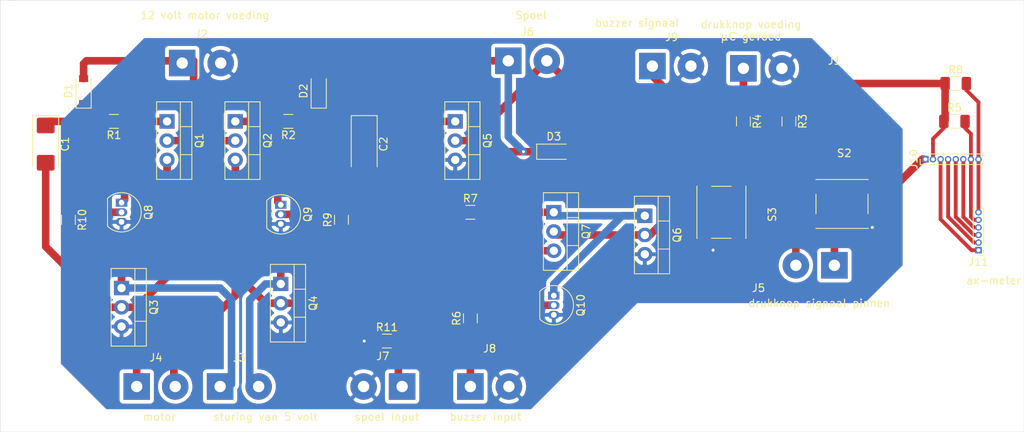
<source format=kicad_pcb>
(kicad_pcb (version 20171130) (host pcbnew "(5.1.5)-3")

  (general
    (thickness 1.6)
    (drawings 15)
    (tracks 183)
    (zones 0)
    (modules 39)
    (nets 32)
  )

  (page A4)
  (layers
    (0 F.Cu signal)
    (31 B.Cu signal)
    (32 B.Adhes user hide)
    (33 F.Adhes user hide)
    (34 B.Paste user hide)
    (35 F.Paste user hide)
    (36 B.SilkS user)
    (37 F.SilkS user)
    (38 B.Mask user)
    (39 F.Mask user)
    (40 Dwgs.User user hide)
    (41 Cmts.User user hide)
    (42 Eco1.User user hide)
    (43 Eco2.User user hide)
    (44 Edge.Cuts user)
    (45 Margin user hide)
    (46 B.CrtYd user hide)
    (47 F.CrtYd user hide)
    (48 B.Fab user hide)
    (49 F.Fab user hide)
  )

  (setup
    (last_trace_width 1)
    (user_trace_width 0.5)
    (user_trace_width 1)
    (user_trace_width 2)
    (trace_clearance 0.2)
    (zone_clearance 0.508)
    (zone_45_only no)
    (trace_min 0.2)
    (via_size 0.8)
    (via_drill 0.4)
    (via_min_size 0.4)
    (via_min_drill 0.3)
    (uvia_size 0.3)
    (uvia_drill 0.1)
    (uvias_allowed no)
    (uvia_min_size 0.2)
    (uvia_min_drill 0.1)
    (edge_width 0.05)
    (segment_width 0.2)
    (pcb_text_width 0.3)
    (pcb_text_size 1.5 1.5)
    (mod_edge_width 0.12)
    (mod_text_size 1 1)
    (mod_text_width 0.15)
    (pad_size 1.524 1.524)
    (pad_drill 0.762)
    (pad_to_mask_clearance 0.051)
    (solder_mask_min_width 0.25)
    (aux_axis_origin 0 0)
    (visible_elements 7FFFFFFF)
    (pcbplotparams
      (layerselection 0x010f0_ffffffff)
      (usegerberextensions false)
      (usegerberattributes false)
      (usegerberadvancedattributes false)
      (creategerberjobfile false)
      (excludeedgelayer true)
      (linewidth 0.100000)
      (plotframeref false)
      (viasonmask false)
      (mode 1)
      (useauxorigin false)
      (hpglpennumber 1)
      (hpglpenspeed 20)
      (hpglpendiameter 15.000000)
      (psnegative false)
      (psa4output false)
      (plotreference true)
      (plotvalue true)
      (plotinvisibletext false)
      (padsonsilk false)
      (subtractmaskfromsilk false)
      (outputformat 1)
      (mirror false)
      (drillshape 0)
      (scaleselection 1)
      (outputdirectory "Motorproject_gerber_aansturingen/"))
  )

  (net 0 "")
  (net 1 L)
  (net 2 "Net-(C1-Pad1)")
  (net 3 R)
  (net 4 "Net-(C2-Pad1)")
  (net 5 VCC)
  (net 6 "Net-(Q1-Pad1)")
  (net 7 "Net-(Q2-Pad1)")
  (net 8 GND)
  (net 9 R_µ)
  (net 10 D1)
  (net 11 D2)
  (net 12 "Net-(S2-Pad1)")
  (net 13 "Net-(S2-Pad4)")
  (net 14 "Net-(S3-Pad4)")
  (net 15 "Net-(S3-Pad1)")
  (net 16 L_µ)
  (net 17 Sol+)
  (net 18 Sol-)
  (net 19 Sol)
  (net 20 buz)
  (net 21 "Net-(J9-Pad1)")
  (net 22 "Net-(Q10-Pad1)")
  (net 23 "Net-(Q9-Pad2)")
  (net 24 "Net-(J10-Pad8)")
  (net 25 "Net-(J10-Pad7)")
  (net 26 "Net-(J10-Pad6)")
  (net 27 "Net-(J10-Pad5)")
  (net 28 "Net-(J10-Pad4)")
  (net 29 "Net-(J10-Pad3)")
  (net 30 "Net-(Q8-Pad2)")
  (net 31 "Net-(Q10-Pad2)")

  (net_class Default "Dit is de standaard class."
    (clearance 0.2)
    (trace_width 0.25)
    (via_dia 0.8)
    (via_drill 0.4)
    (uvia_dia 0.3)
    (uvia_drill 0.1)
    (add_net D1)
    (add_net D2)
    (add_net GND)
    (add_net L)
    (add_net L_µ)
    (add_net "Net-(C1-Pad1)")
    (add_net "Net-(C2-Pad1)")
    (add_net "Net-(J10-Pad3)")
    (add_net "Net-(J10-Pad4)")
    (add_net "Net-(J10-Pad5)")
    (add_net "Net-(J10-Pad6)")
    (add_net "Net-(J10-Pad7)")
    (add_net "Net-(J10-Pad8)")
    (add_net "Net-(J9-Pad1)")
    (add_net "Net-(Q1-Pad1)")
    (add_net "Net-(Q10-Pad1)")
    (add_net "Net-(Q10-Pad2)")
    (add_net "Net-(Q2-Pad1)")
    (add_net "Net-(Q8-Pad2)")
    (add_net "Net-(Q9-Pad2)")
    (add_net "Net-(S2-Pad1)")
    (add_net "Net-(S2-Pad4)")
    (add_net "Net-(S3-Pad1)")
    (add_net "Net-(S3-Pad4)")
    (add_net R)
    (add_net R_µ)
    (add_net Sol)
    (add_net Sol+)
    (add_net Sol-)
    (add_net VCC)
    (add_net buz)
  )

  (module Connector_Wire:SolderWirePad_1x02_P5.08mm_Drill1.5mm (layer F.Cu) (tedit 5AEE5F19) (tstamp 602BB3AE)
    (at 119 32.7)
    (descr "Wire solder connection")
    (tags connector)
    (path /603504B4)
    (attr virtual)
    (fp_text reference J9 (at 2.54 -3.81) (layer F.SilkS)
      (effects (font (size 1 1) (thickness 0.15)))
    )
    (fp_text value Printkroon (at 2.54 3.81) (layer F.Fab)
      (effects (font (size 1 1) (thickness 0.15)))
    )
    (fp_line (start 7.33 2.25) (end -2.25 2.25) (layer F.CrtYd) (width 0.05))
    (fp_line (start 7.33 2.25) (end 7.33 -2.25) (layer F.CrtYd) (width 0.05))
    (fp_line (start -2.25 -2.25) (end -2.25 2.25) (layer F.CrtYd) (width 0.05))
    (fp_line (start -2.25 -2.25) (end 7.33 -2.25) (layer F.CrtYd) (width 0.05))
    (fp_text user %R (at 2.54 0) (layer F.Fab)
      (effects (font (size 1 1) (thickness 0.15)))
    )
    (pad 2 thru_hole circle (at 5.08 0) (size 3.50012 3.50012) (drill 1.50114) (layers *.Cu *.Mask)
      (net 8 GND))
    (pad 1 thru_hole rect (at 0 0) (size 3.50012 3.50012) (drill 1.50114) (layers *.Cu *.Mask)
      (net 21 "Net-(J9-Pad1)"))
  )

  (module Connector_Wire:SolderWirePad_1x02_P5.08mm_Drill1.5mm (layer F.Cu) (tedit 5AEE5F19) (tstamp 602BB395)
    (at 95 75)
    (descr "Wire solder connection")
    (tags connector)
    (path /6038C5A1)
    (attr virtual)
    (fp_text reference J8 (at 2.54 -5) (layer F.SilkS)
      (effects (font (size 1 1) (thickness 0.15)))
    )
    (fp_text value Printkroon (at 2.54 3.81) (layer F.Fab)
      (effects (font (size 1 1) (thickness 0.15)))
    )
    (fp_line (start 7.33 2.25) (end -2.25 2.25) (layer F.CrtYd) (width 0.05))
    (fp_line (start 7.33 2.25) (end 7.33 -2.25) (layer F.CrtYd) (width 0.05))
    (fp_line (start -2.25 -2.25) (end -2.25 2.25) (layer F.CrtYd) (width 0.05))
    (fp_line (start -2.25 -2.25) (end 7.33 -2.25) (layer F.CrtYd) (width 0.05))
    (fp_text user %R (at 2.54 0) (layer F.Fab)
      (effects (font (size 1 1) (thickness 0.15)))
    )
    (pad 2 thru_hole circle (at 5.08 0) (size 3.50012 3.50012) (drill 1.50114) (layers *.Cu *.Mask)
      (net 8 GND))
    (pad 1 thru_hole rect (at 0 0) (size 3.50012 3.50012) (drill 1.50114) (layers *.Cu *.Mask)
      (net 20 buz))
  )

  (module Connector_Wire:SolderWirePad_1x02_P5.08mm_Drill1.5mm (layer F.Cu) (tedit 5AEE5F19) (tstamp 5FAC446B)
    (at 86 75 180)
    (descr "Wire solder connection")
    (tags connector)
    (path /5FAF0B62)
    (attr virtual)
    (fp_text reference J7 (at 2.54 4) (layer F.SilkS)
      (effects (font (size 1 1) (thickness 0.15)))
    )
    (fp_text value Printkroon (at 2.54 3.81) (layer F.Fab)
      (effects (font (size 1 1) (thickness 0.15)))
    )
    (fp_line (start 7.33 2.25) (end -2.25 2.25) (layer F.CrtYd) (width 0.05))
    (fp_line (start 7.33 2.25) (end 7.33 -2.25) (layer F.CrtYd) (width 0.05))
    (fp_line (start -2.25 -2.25) (end -2.25 2.25) (layer F.CrtYd) (width 0.05))
    (fp_line (start -2.25 -2.25) (end 7.33 -2.25) (layer F.CrtYd) (width 0.05))
    (fp_text user %R (at 2.54 0) (layer F.Fab)
      (effects (font (size 1 1) (thickness 0.15)))
    )
    (pad 2 thru_hole circle (at 5.08 0 180) (size 3.50012 3.50012) (drill 1.50114) (layers *.Cu *.Mask)
      (net 8 GND))
    (pad 1 thru_hole rect (at 0 0 180) (size 3.50012 3.50012) (drill 1.50114) (layers *.Cu *.Mask)
      (net 19 Sol))
  )

  (module Connector_Wire:SolderWirePad_1x02_P5.08mm_Drill1.5mm (layer F.Cu) (tedit 5AEE5F19) (tstamp 5FAC4452)
    (at 100 32)
    (descr "Wire solder connection")
    (tags connector)
    (path /5FAC5DE1)
    (attr virtual)
    (fp_text reference J6 (at 2.54 -3.81) (layer F.SilkS)
      (effects (font (size 1 1) (thickness 0.15)))
    )
    (fp_text value Printkroon (at 2.54 3.81) (layer F.Fab)
      (effects (font (size 1 1) (thickness 0.15)))
    )
    (fp_line (start 7.33 2.25) (end -2.25 2.25) (layer F.CrtYd) (width 0.05))
    (fp_line (start 7.33 2.25) (end 7.33 -2.25) (layer F.CrtYd) (width 0.05))
    (fp_line (start -2.25 -2.25) (end -2.25 2.25) (layer F.CrtYd) (width 0.05))
    (fp_line (start -2.25 -2.25) (end 7.33 -2.25) (layer F.CrtYd) (width 0.05))
    (fp_text user %R (at 2.54 0) (layer F.Fab)
      (effects (font (size 1 1) (thickness 0.15)))
    )
    (pad 2 thru_hole circle (at 5.08 0) (size 3.50012 3.50012) (drill 1.50114) (layers *.Cu *.Mask)
      (net 18 Sol-))
    (pad 1 thru_hole rect (at 0 0) (size 3.50012 3.50012) (drill 1.50114) (layers *.Cu *.Mask)
      (net 17 Sol+))
  )

  (module Connector_Wire:SolderWirePad_1x02_P5.08mm_Drill1.5mm (layer F.Cu) (tedit 5AEE5F19) (tstamp 5FAAB222)
    (at 143 59 180)
    (descr "Wire solder connection")
    (tags connector)
    (path /5FB4A1A4)
    (attr virtual)
    (fp_text reference J5 (at 10 -3) (layer F.SilkS)
      (effects (font (size 1 1) (thickness 0.15)))
    )
    (fp_text value Printkroon (at 2.54 3.81) (layer F.Fab)
      (effects (font (size 1 1) (thickness 0.15)))
    )
    (fp_line (start 7.33 2.25) (end -2.25 2.25) (layer F.CrtYd) (width 0.05))
    (fp_line (start 7.33 2.25) (end 7.33 -2.25) (layer F.CrtYd) (width 0.05))
    (fp_line (start -2.25 -2.25) (end -2.25 2.25) (layer F.CrtYd) (width 0.05))
    (fp_line (start -2.25 -2.25) (end 7.33 -2.25) (layer F.CrtYd) (width 0.05))
    (fp_text user %R (at 2.54 0) (layer F.Fab)
      (effects (font (size 1 1) (thickness 0.15)))
    )
    (pad 2 thru_hole circle (at 5.08 0 180) (size 3.50012 3.50012) (drill 1.50114) (layers *.Cu *.Mask)
      (net 11 D2))
    (pad 1 thru_hole rect (at 0 0 180) (size 3.50012 3.50012) (drill 1.50114) (layers *.Cu *.Mask)
      (net 10 D1))
  )

  (module Connector_Wire:SolderWirePad_1x02_P5.08mm_Drill1.5mm (layer F.Cu) (tedit 5AEE5F19) (tstamp 5FAAB20A)
    (at 51 75)
    (descr "Wire solder connection")
    (tags connector)
    (path /5FAF4637)
    (attr virtual)
    (fp_text reference J4 (at 2.54 -3.81) (layer F.SilkS)
      (effects (font (size 1 1) (thickness 0.15)))
    )
    (fp_text value Printkroon (at 2.54 3.81) (layer F.Fab)
      (effects (font (size 1 1) (thickness 0.15)))
    )
    (fp_line (start 7.33 2.25) (end -2.25 2.25) (layer F.CrtYd) (width 0.05))
    (fp_line (start 7.33 2.25) (end 7.33 -2.25) (layer F.CrtYd) (width 0.05))
    (fp_line (start -2.25 -2.25) (end -2.25 2.25) (layer F.CrtYd) (width 0.05))
    (fp_line (start -2.25 -2.25) (end 7.33 -2.25) (layer F.CrtYd) (width 0.05))
    (fp_text user %R (at 2.54 0) (layer F.Fab)
      (effects (font (size 1 1) (thickness 0.15)))
    )
    (pad 2 thru_hole circle (at 5.08 0) (size 3.50012 3.50012) (drill 1.50114) (layers *.Cu *.Mask)
      (net 3 R))
    (pad 1 thru_hole rect (at 0 0) (size 3.50012 3.50012) (drill 1.50114) (layers *.Cu *.Mask)
      (net 1 L))
  )

  (module Connector_Wire:SolderWirePad_1x02_P5.08mm_Drill1.5mm (layer F.Cu) (tedit 5AEE5F19) (tstamp 5FAAB1F2)
    (at 62 75)
    (descr "Wire solder connection")
    (tags connector)
    (path /5FAF2479)
    (attr virtual)
    (fp_text reference J3 (at 2.54 -3.81) (layer F.SilkS)
      (effects (font (size 1 1) (thickness 0.15)))
    )
    (fp_text value Printkroon (at 2.54 3.81) (layer F.Fab)
      (effects (font (size 1 1) (thickness 0.15)))
    )
    (fp_line (start 7.33 2.25) (end -2.25 2.25) (layer F.CrtYd) (width 0.05))
    (fp_line (start 7.33 2.25) (end 7.33 -2.25) (layer F.CrtYd) (width 0.05))
    (fp_line (start -2.25 -2.25) (end -2.25 2.25) (layer F.CrtYd) (width 0.05))
    (fp_line (start -2.25 -2.25) (end 7.33 -2.25) (layer F.CrtYd) (width 0.05))
    (fp_text user %R (at 2.54 0) (layer F.Fab)
      (effects (font (size 1 1) (thickness 0.15)))
    )
    (pad 2 thru_hole circle (at 5.08 0) (size 3.50012 3.50012) (drill 1.50114) (layers *.Cu *.Mask)
      (net 9 R_µ))
    (pad 1 thru_hole rect (at 0 0) (size 3.50012 3.50012) (drill 1.50114) (layers *.Cu *.Mask)
      (net 16 L_µ))
  )

  (module Connector_Wire:SolderWirePad_1x02_P5.08mm_Drill1.5mm (layer F.Cu) (tedit 5AEE5F19) (tstamp 5FAAB1DA)
    (at 57 32.3)
    (descr "Wire solder connection")
    (tags connector)
    (path /5FAC6FCA)
    (attr virtual)
    (fp_text reference J2 (at 2.54 -3.81) (layer F.SilkS)
      (effects (font (size 1 1) (thickness 0.15)))
    )
    (fp_text value Printkroon (at 2.54 3.81) (layer F.Fab)
      (effects (font (size 1 1) (thickness 0.15)))
    )
    (fp_line (start 7.33 2.25) (end -2.25 2.25) (layer F.CrtYd) (width 0.05))
    (fp_line (start 7.33 2.25) (end 7.33 -2.25) (layer F.CrtYd) (width 0.05))
    (fp_line (start -2.25 -2.25) (end -2.25 2.25) (layer F.CrtYd) (width 0.05))
    (fp_line (start -2.25 -2.25) (end 7.33 -2.25) (layer F.CrtYd) (width 0.05))
    (fp_text user %R (at 2.54 0) (layer F.Fab)
      (effects (font (size 1 1) (thickness 0.15)))
    )
    (pad 2 thru_hole circle (at 5.08 0) (size 3.50012 3.50012) (drill 1.50114) (layers *.Cu *.Mask)
      (net 8 GND))
    (pad 1 thru_hole rect (at 0 0) (size 3.50012 3.50012) (drill 1.50114) (layers *.Cu *.Mask)
      (net 17 Sol+))
  )

  (module Connector_Wire:SolderWirePad_1x02_P5.08mm_Drill1.5mm (layer F.Cu) (tedit 5AEE5F19) (tstamp 5FAAB1C2)
    (at 131 33)
    (descr "Wire solder connection")
    (tags connector)
    (path /5FAEDF7F)
    (attr virtual)
    (fp_text reference J1 (at 12 -1) (layer F.SilkS)
      (effects (font (size 1 1) (thickness 0.15)))
    )
    (fp_text value Printkroon (at 2.54 3.81) (layer F.Fab)
      (effects (font (size 1 1) (thickness 0.15)))
    )
    (fp_line (start 7.33 2.25) (end -2.25 2.25) (layer F.CrtYd) (width 0.05))
    (fp_line (start 7.33 2.25) (end 7.33 -2.25) (layer F.CrtYd) (width 0.05))
    (fp_line (start -2.25 -2.25) (end -2.25 2.25) (layer F.CrtYd) (width 0.05))
    (fp_line (start -2.25 -2.25) (end 7.33 -2.25) (layer F.CrtYd) (width 0.05))
    (fp_text user %R (at 2.54 0) (layer F.Fab)
      (effects (font (size 1 1) (thickness 0.15)))
    )
    (pad 2 thru_hole circle (at 5.08 0) (size 3.50012 3.50012) (drill 1.50114) (layers *.Cu *.Mask)
      (net 8 GND))
    (pad 1 thru_hole rect (at 0 0) (size 3.50012 3.50012) (drill 1.50114) (layers *.Cu *.Mask)
      (net 5 VCC))
  )

  (module Diode_SMD:D_SOD-123 (layer F.Cu) (tedit 58645DC7) (tstamp 603EEDA2)
    (at 106 44)
    (descr SOD-123)
    (tags SOD-123)
    (path /602C58B1)
    (attr smd)
    (fp_text reference D3 (at 0 -2) (layer F.SilkS)
      (effects (font (size 1 1) (thickness 0.15)))
    )
    (fp_text value 1N4148 (at 0 2.1) (layer F.Fab)
      (effects (font (size 1 1) (thickness 0.15)))
    )
    (fp_line (start -2.25 -1) (end 1.65 -1) (layer F.SilkS) (width 0.12))
    (fp_line (start -2.25 1) (end 1.65 1) (layer F.SilkS) (width 0.12))
    (fp_line (start -2.35 -1.15) (end -2.35 1.15) (layer F.CrtYd) (width 0.05))
    (fp_line (start 2.35 1.15) (end -2.35 1.15) (layer F.CrtYd) (width 0.05))
    (fp_line (start 2.35 -1.15) (end 2.35 1.15) (layer F.CrtYd) (width 0.05))
    (fp_line (start -2.35 -1.15) (end 2.35 -1.15) (layer F.CrtYd) (width 0.05))
    (fp_line (start -1.4 -0.9) (end 1.4 -0.9) (layer F.Fab) (width 0.1))
    (fp_line (start 1.4 -0.9) (end 1.4 0.9) (layer F.Fab) (width 0.1))
    (fp_line (start 1.4 0.9) (end -1.4 0.9) (layer F.Fab) (width 0.1))
    (fp_line (start -1.4 0.9) (end -1.4 -0.9) (layer F.Fab) (width 0.1))
    (fp_line (start -0.75 0) (end -0.35 0) (layer F.Fab) (width 0.1))
    (fp_line (start -0.35 0) (end -0.35 -0.55) (layer F.Fab) (width 0.1))
    (fp_line (start -0.35 0) (end -0.35 0.55) (layer F.Fab) (width 0.1))
    (fp_line (start -0.35 0) (end 0.25 -0.4) (layer F.Fab) (width 0.1))
    (fp_line (start 0.25 -0.4) (end 0.25 0.4) (layer F.Fab) (width 0.1))
    (fp_line (start 0.25 0.4) (end -0.35 0) (layer F.Fab) (width 0.1))
    (fp_line (start 0.25 0) (end 0.75 0) (layer F.Fab) (width 0.1))
    (fp_line (start -2.25 -1) (end -2.25 1) (layer F.SilkS) (width 0.12))
    (fp_text user %R (at 0 -2) (layer F.Fab)
      (effects (font (size 1 1) (thickness 0.15)))
    )
    (pad 2 smd rect (at 1.65 0) (size 0.9 1.2) (layers F.Cu F.Paste F.Mask)
      (net 18 Sol-))
    (pad 1 smd rect (at -1.65 0) (size 0.9 1.2) (layers F.Cu F.Paste F.Mask)
      (net 17 Sol+))
    (model ${KISYS3DMOD}/Diode_SMD.3dshapes/D_SOD-123.wrl
      (at (xyz 0 0 0))
      (scale (xyz 1 1 1))
      (rotate (xyz 0 0 0))
    )
  )

  (module Diode_SMD:D_SOD-123 (layer F.Cu) (tedit 58645DC7) (tstamp 603EED89)
    (at 75 36 90)
    (descr SOD-123)
    (tags SOD-123)
    (path /5FA6B373)
    (attr smd)
    (fp_text reference D2 (at 0 -2 90) (layer F.SilkS)
      (effects (font (size 1 1) (thickness 0.15)))
    )
    (fp_text value 1N4148 (at 0 2.1 90) (layer F.Fab)
      (effects (font (size 1 1) (thickness 0.15)))
    )
    (fp_line (start -2.25 -1) (end 1.65 -1) (layer F.SilkS) (width 0.12))
    (fp_line (start -2.25 1) (end 1.65 1) (layer F.SilkS) (width 0.12))
    (fp_line (start -2.35 -1.15) (end -2.35 1.15) (layer F.CrtYd) (width 0.05))
    (fp_line (start 2.35 1.15) (end -2.35 1.15) (layer F.CrtYd) (width 0.05))
    (fp_line (start 2.35 -1.15) (end 2.35 1.15) (layer F.CrtYd) (width 0.05))
    (fp_line (start -2.35 -1.15) (end 2.35 -1.15) (layer F.CrtYd) (width 0.05))
    (fp_line (start -1.4 -0.9) (end 1.4 -0.9) (layer F.Fab) (width 0.1))
    (fp_line (start 1.4 -0.9) (end 1.4 0.9) (layer F.Fab) (width 0.1))
    (fp_line (start 1.4 0.9) (end -1.4 0.9) (layer F.Fab) (width 0.1))
    (fp_line (start -1.4 0.9) (end -1.4 -0.9) (layer F.Fab) (width 0.1))
    (fp_line (start -0.75 0) (end -0.35 0) (layer F.Fab) (width 0.1))
    (fp_line (start -0.35 0) (end -0.35 -0.55) (layer F.Fab) (width 0.1))
    (fp_line (start -0.35 0) (end -0.35 0.55) (layer F.Fab) (width 0.1))
    (fp_line (start -0.35 0) (end 0.25 -0.4) (layer F.Fab) (width 0.1))
    (fp_line (start 0.25 -0.4) (end 0.25 0.4) (layer F.Fab) (width 0.1))
    (fp_line (start 0.25 0.4) (end -0.35 0) (layer F.Fab) (width 0.1))
    (fp_line (start 0.25 0) (end 0.75 0) (layer F.Fab) (width 0.1))
    (fp_line (start -2.25 -1) (end -2.25 1) (layer F.SilkS) (width 0.12))
    (fp_text user %R (at 0 -2 90) (layer F.Fab)
      (effects (font (size 1 1) (thickness 0.15)))
    )
    (pad 2 smd rect (at 1.65 0 90) (size 0.9 1.2) (layers F.Cu F.Paste F.Mask)
      (net 17 Sol+))
    (pad 1 smd rect (at -1.65 0 90) (size 0.9 1.2) (layers F.Cu F.Paste F.Mask)
      (net 4 "Net-(C2-Pad1)"))
    (model ${KISYS3DMOD}/Diode_SMD.3dshapes/D_SOD-123.wrl
      (at (xyz 0 0 0))
      (scale (xyz 1 1 1))
      (rotate (xyz 0 0 0))
    )
  )

  (module Diode_SMD:D_SOD-123 (layer F.Cu) (tedit 58645DC7) (tstamp 603EED70)
    (at 44 36 90)
    (descr SOD-123)
    (tags SOD-123)
    (path /5FA6D930)
    (attr smd)
    (fp_text reference D1 (at 0 -2 90) (layer F.SilkS)
      (effects (font (size 1 1) (thickness 0.15)))
    )
    (fp_text value 1N4148 (at 0 2.1 90) (layer F.Fab)
      (effects (font (size 1 1) (thickness 0.15)))
    )
    (fp_line (start -2.25 -1) (end 1.65 -1) (layer F.SilkS) (width 0.12))
    (fp_line (start -2.25 1) (end 1.65 1) (layer F.SilkS) (width 0.12))
    (fp_line (start -2.35 -1.15) (end -2.35 1.15) (layer F.CrtYd) (width 0.05))
    (fp_line (start 2.35 1.15) (end -2.35 1.15) (layer F.CrtYd) (width 0.05))
    (fp_line (start 2.35 -1.15) (end 2.35 1.15) (layer F.CrtYd) (width 0.05))
    (fp_line (start -2.35 -1.15) (end 2.35 -1.15) (layer F.CrtYd) (width 0.05))
    (fp_line (start -1.4 -0.9) (end 1.4 -0.9) (layer F.Fab) (width 0.1))
    (fp_line (start 1.4 -0.9) (end 1.4 0.9) (layer F.Fab) (width 0.1))
    (fp_line (start 1.4 0.9) (end -1.4 0.9) (layer F.Fab) (width 0.1))
    (fp_line (start -1.4 0.9) (end -1.4 -0.9) (layer F.Fab) (width 0.1))
    (fp_line (start -0.75 0) (end -0.35 0) (layer F.Fab) (width 0.1))
    (fp_line (start -0.35 0) (end -0.35 -0.55) (layer F.Fab) (width 0.1))
    (fp_line (start -0.35 0) (end -0.35 0.55) (layer F.Fab) (width 0.1))
    (fp_line (start -0.35 0) (end 0.25 -0.4) (layer F.Fab) (width 0.1))
    (fp_line (start 0.25 -0.4) (end 0.25 0.4) (layer F.Fab) (width 0.1))
    (fp_line (start 0.25 0.4) (end -0.35 0) (layer F.Fab) (width 0.1))
    (fp_line (start 0.25 0) (end 0.75 0) (layer F.Fab) (width 0.1))
    (fp_line (start -2.25 -1) (end -2.25 1) (layer F.SilkS) (width 0.12))
    (fp_text user %R (at 0 -2 90) (layer F.Fab)
      (effects (font (size 1 1) (thickness 0.15)))
    )
    (pad 2 smd rect (at 1.65 0 90) (size 0.9 1.2) (layers F.Cu F.Paste F.Mask)
      (net 17 Sol+))
    (pad 1 smd rect (at -1.65 0 90) (size 0.9 1.2) (layers F.Cu F.Paste F.Mask)
      (net 2 "Net-(C1-Pad1)"))
    (model ${KISYS3DMOD}/Diode_SMD.3dshapes/D_SOD-123.wrl
      (at (xyz 0 0 0))
      (scale (xyz 1 1 1))
      (rotate (xyz 0 0 0))
    )
  )

  (module Zelfgemaakte_comp:Drukknop_smd (layer F.Cu) (tedit 603EB812) (tstamp 603EE435)
    (at 135 49 270)
    (path /5FAFE781)
    (fp_text reference S3 (at 3.3 0.2 90) (layer F.SilkS)
      (effects (font (size 1 1) (thickness 0.15)))
    )
    (fp_text value Drukknop (at 2.3 1.7 90) (layer F.Fab)
      (effects (font (size 1 1) (thickness 0.15)))
    )
    (fp_line (start 0.2 9.9) (end -0.2 9.9) (layer B.CrtYd) (width 0.1))
    (fp_line (start 0.2 3.9) (end -0.2 3.9) (layer B.CrtYd) (width 0.1))
    (fp_line (start -1.8 10.15) (end -2.2 10.15) (layer F.CrtYd) (width 0.05))
    (fp_line (start -1.8 3.65) (end -2.2 3.65) (layer F.CrtYd) (width 0.05))
    (fp_line (start -0.03 10.13) (end -0.43 10.13) (layer F.SilkS) (width 0.12))
    (fp_line (start -0.03 3.67) (end -0.43 3.67) (layer F.SilkS) (width 0.12))
    (fp_line (start 8.2 10.15) (end 8.2 3.65) (layer F.CrtYd) (width 0.05))
    (fp_line (start -1.8 3.65) (end 8.2 3.65) (layer F.CrtYd) (width 0.05))
    (fp_line (start -0.03 3.67) (end 6.43 3.67) (layer F.SilkS) (width 0.12))
    (fp_line (start -0.03 10.13) (end 6.43 10.13) (layer F.SilkS) (width 0.12))
    (fp_line (start -2.2 3.65) (end -2.2 10.15) (layer F.CrtYd) (width 0.05))
    (fp_line (start -0.2 3.9) (end -0.2 9.9) (layer F.Fab) (width 0.1))
    (fp_line (start 6.2 9.9) (end 6.2 3.9) (layer F.Fab) (width 0.1))
    (fp_line (start 0.2 9.9) (end 6.2 9.9) (layer F.Fab) (width 0.1))
    (fp_line (start 6.2 3.9) (end 0.2 3.9) (layer F.Fab) (width 0.1))
    (fp_line (start -1.8 10.15) (end 8.2 10.15) (layer F.CrtYd) (width 0.05))
    (fp_line (start 6.43 3.67) (end 6.43 3.7) (layer F.SilkS) (width 0.12))
    (fp_line (start -0.43 10.13) (end -0.43 10.1) (layer F.SilkS) (width 0.12))
    (fp_circle (center 3.2 6.9) (end 4.95 6.85) (layer F.Fab) (width 0.1))
    (fp_line (start 6.43 10.13) (end 6.43 10.1) (layer F.SilkS) (width 0.12))
    (fp_line (start 6.43 5.6) (end 6.43 8.2) (layer F.SilkS) (width 0.12))
    (fp_line (start -0.43 3.7) (end -0.43 3.67) (layer F.SilkS) (width 0.12))
    (fp_line (start -0.43 5.6) (end -0.43 8.2) (layer F.SilkS) (width 0.12))
    (pad 4 smd rect (at -1.2 9.2 270) (size 1.55 1.3) (layers F.Cu F.Paste F.Mask)
      (net 14 "Net-(S3-Pad4)"))
    (pad 3 smd rect (at -1.2 4.6 270) (size 1.55 1.3) (layers F.Cu F.Paste F.Mask)
      (net 11 D2))
    (pad 1 smd rect (at 7.2 4.6 270) (size 1.55 1.3) (layers F.Cu F.Paste F.Mask)
      (net 15 "Net-(S3-Pad1)"))
    (pad 2 smd rect (at 7.2 9.2 270) (size 1.55 1.3) (layers F.Cu F.Paste F.Mask)
      (net 8 GND))
  )

  (module Zelfgemaakte_comp:Drukknop_smd (layer F.Cu) (tedit 603EB812) (tstamp 603EE416)
    (at 141 44)
    (path /5FAFDD2D)
    (fp_text reference S2 (at 3.3 0.2) (layer F.SilkS)
      (effects (font (size 1 1) (thickness 0.15)))
    )
    (fp_text value Drukknop (at 2.3 1.7) (layer F.Fab)
      (effects (font (size 1 1) (thickness 0.15)))
    )
    (fp_line (start 0.2 9.9) (end -0.2 9.9) (layer B.CrtYd) (width 0.1))
    (fp_line (start 0.2 3.9) (end -0.2 3.9) (layer B.CrtYd) (width 0.1))
    (fp_line (start -1.8 10.15) (end -2.2 10.15) (layer F.CrtYd) (width 0.05))
    (fp_line (start -1.8 3.65) (end -2.2 3.65) (layer F.CrtYd) (width 0.05))
    (fp_line (start -0.03 10.13) (end -0.43 10.13) (layer F.SilkS) (width 0.12))
    (fp_line (start -0.03 3.67) (end -0.43 3.67) (layer F.SilkS) (width 0.12))
    (fp_line (start 8.2 10.15) (end 8.2 3.65) (layer F.CrtYd) (width 0.05))
    (fp_line (start -1.8 3.65) (end 8.2 3.65) (layer F.CrtYd) (width 0.05))
    (fp_line (start -0.03 3.67) (end 6.43 3.67) (layer F.SilkS) (width 0.12))
    (fp_line (start -0.03 10.13) (end 6.43 10.13) (layer F.SilkS) (width 0.12))
    (fp_line (start -2.2 3.65) (end -2.2 10.15) (layer F.CrtYd) (width 0.05))
    (fp_line (start -0.2 3.9) (end -0.2 9.9) (layer F.Fab) (width 0.1))
    (fp_line (start 6.2 9.9) (end 6.2 3.9) (layer F.Fab) (width 0.1))
    (fp_line (start 0.2 9.9) (end 6.2 9.9) (layer F.Fab) (width 0.1))
    (fp_line (start 6.2 3.9) (end 0.2 3.9) (layer F.Fab) (width 0.1))
    (fp_line (start -1.8 10.15) (end 8.2 10.15) (layer F.CrtYd) (width 0.05))
    (fp_line (start 6.43 3.67) (end 6.43 3.7) (layer F.SilkS) (width 0.12))
    (fp_line (start -0.43 10.13) (end -0.43 10.1) (layer F.SilkS) (width 0.12))
    (fp_circle (center 3.2 6.9) (end 4.95 6.85) (layer F.Fab) (width 0.1))
    (fp_line (start 6.43 10.13) (end 6.43 10.1) (layer F.SilkS) (width 0.12))
    (fp_line (start 6.43 5.6) (end 6.43 8.2) (layer F.SilkS) (width 0.12))
    (fp_line (start -0.43 3.7) (end -0.43 3.67) (layer F.SilkS) (width 0.12))
    (fp_line (start -0.43 5.6) (end -0.43 8.2) (layer F.SilkS) (width 0.12))
    (pad 4 smd rect (at -1.2 9.2) (size 1.55 1.3) (layers F.Cu F.Paste F.Mask)
      (net 13 "Net-(S2-Pad4)"))
    (pad 3 smd rect (at -1.2 4.6) (size 1.55 1.3) (layers F.Cu F.Paste F.Mask)
      (net 10 D1))
    (pad 1 smd rect (at 7.2 4.6) (size 1.55 1.3) (layers F.Cu F.Paste F.Mask)
      (net 12 "Net-(S2-Pad1)"))
    (pad 2 smd rect (at 7.2 9.2) (size 1.55 1.3) (layers F.Cu F.Paste F.Mask)
      (net 8 GND))
  )

  (module Capacitor_Tantalum_SMD:CP_EIA-6032-28_Kemet-C (layer F.Cu) (tedit 5B301BBE) (tstamp 5FAAB148)
    (at 81 43 270)
    (descr "Tantalum Capacitor SMD Kemet-C (6032-28 Metric), IPC_7351 nominal, (Body size from: http://www.kemet.com/Lists/ProductCatalog/Attachments/253/KEM_TC101_STD.pdf), generated with kicad-footprint-generator")
    (tags "capacitor tantalum")
    (path /5FA744C3)
    (attr smd)
    (fp_text reference C2 (at 0 -2.55 90) (layer F.SilkS)
      (effects (font (size 1 1) (thickness 0.15)))
    )
    (fp_text value 10uF/50V (at 0 2.55 90) (layer F.Fab)
      (effects (font (size 1 1) (thickness 0.15)))
    )
    (fp_text user %R (at 0 0 90) (layer F.Fab)
      (effects (font (size 1 1) (thickness 0.15)))
    )
    (fp_line (start 3.75 1.85) (end -3.75 1.85) (layer F.CrtYd) (width 0.05))
    (fp_line (start 3.75 -1.85) (end 3.75 1.85) (layer F.CrtYd) (width 0.05))
    (fp_line (start -3.75 -1.85) (end 3.75 -1.85) (layer F.CrtYd) (width 0.05))
    (fp_line (start -3.75 1.85) (end -3.75 -1.85) (layer F.CrtYd) (width 0.05))
    (fp_line (start -3.76 1.71) (end 3 1.71) (layer F.SilkS) (width 0.12))
    (fp_line (start -3.76 -1.71) (end -3.76 1.71) (layer F.SilkS) (width 0.12))
    (fp_line (start 3 -1.71) (end -3.76 -1.71) (layer F.SilkS) (width 0.12))
    (fp_line (start 3 1.6) (end 3 -1.6) (layer F.Fab) (width 0.1))
    (fp_line (start -3 1.6) (end 3 1.6) (layer F.Fab) (width 0.1))
    (fp_line (start -3 -0.8) (end -3 1.6) (layer F.Fab) (width 0.1))
    (fp_line (start -2.2 -1.6) (end -3 -0.8) (layer F.Fab) (width 0.1))
    (fp_line (start 3 -1.6) (end -2.2 -1.6) (layer F.Fab) (width 0.1))
    (pad 2 smd roundrect (at 2.4625 0 270) (size 2.075 2.35) (layers F.Cu F.Paste F.Mask) (roundrect_rratio 0.120482)
      (net 3 R))
    (pad 1 smd roundrect (at -2.4625 0 270) (size 2.075 2.35) (layers F.Cu F.Paste F.Mask) (roundrect_rratio 0.120482)
      (net 4 "Net-(C2-Pad1)"))
    (model ${KISYS3DMOD}/Capacitor_Tantalum_SMD.3dshapes/CP_EIA-6032-28_Kemet-C.wrl
      (at (xyz 0 0 0))
      (scale (xyz 1 1 1))
      (rotate (xyz 0 0 0))
    )
  )

  (module Resistor_SMD:R_1206_3216Metric (layer F.Cu) (tedit 5B301BBD) (tstamp 603C333B)
    (at 137 40 270)
    (descr "Resistor SMD 1206 (3216 Metric), square (rectangular) end terminal, IPC_7351 nominal, (Body size source: http://www.tortai-tech.com/upload/download/2011102023233369053.pdf), generated with kicad-footprint-generator")
    (tags resistor)
    (path /5FB0C6B6)
    (attr smd)
    (fp_text reference R3 (at 0 -1.82 90) (layer F.SilkS)
      (effects (font (size 1 1) (thickness 0.15)))
    )
    (fp_text value 4K7 (at 0 1.82 90) (layer F.Fab)
      (effects (font (size 1 1) (thickness 0.15)))
    )
    (fp_text user %R (at 0 0 90) (layer F.Fab)
      (effects (font (size 0.8 0.8) (thickness 0.12)))
    )
    (fp_line (start 2.28 1.12) (end -2.28 1.12) (layer F.CrtYd) (width 0.05))
    (fp_line (start 2.28 -1.12) (end 2.28 1.12) (layer F.CrtYd) (width 0.05))
    (fp_line (start -2.28 -1.12) (end 2.28 -1.12) (layer F.CrtYd) (width 0.05))
    (fp_line (start -2.28 1.12) (end -2.28 -1.12) (layer F.CrtYd) (width 0.05))
    (fp_line (start -0.602064 0.91) (end 0.602064 0.91) (layer F.SilkS) (width 0.12))
    (fp_line (start -0.602064 -0.91) (end 0.602064 -0.91) (layer F.SilkS) (width 0.12))
    (fp_line (start 1.6 0.8) (end -1.6 0.8) (layer F.Fab) (width 0.1))
    (fp_line (start 1.6 -0.8) (end 1.6 0.8) (layer F.Fab) (width 0.1))
    (fp_line (start -1.6 -0.8) (end 1.6 -0.8) (layer F.Fab) (width 0.1))
    (fp_line (start -1.6 0.8) (end -1.6 -0.8) (layer F.Fab) (width 0.1))
    (pad 2 smd roundrect (at 1.4 0 270) (size 1.25 1.75) (layers F.Cu F.Paste F.Mask) (roundrect_rratio 0.2)
      (net 10 D1))
    (pad 1 smd roundrect (at -1.4 0 270) (size 1.25 1.75) (layers F.Cu F.Paste F.Mask) (roundrect_rratio 0.2)
      (net 5 VCC))
    (model ${KISYS3DMOD}/Resistor_SMD.3dshapes/R_1206_3216Metric.wrl
      (at (xyz 0 0 0))
      (scale (xyz 1 1 1))
      (rotate (xyz 0 0 0))
    )
  )

  (module Resistor_SMD:R_1206_3216Metric (layer F.Cu) (tedit 5B301BBD) (tstamp 603C1493)
    (at 159 35)
    (descr "Resistor SMD 1206 (3216 Metric), square (rectangular) end terminal, IPC_7351 nominal, (Body size source: http://www.tortai-tech.com/upload/download/2011102023233369053.pdf), generated with kicad-footprint-generator")
    (tags resistor)
    (path /603E6B22)
    (attr smd)
    (fp_text reference R8 (at 0 -1.82) (layer F.SilkS)
      (effects (font (size 1 1) (thickness 0.15)))
    )
    (fp_text value 4K7 (at 0 1.82) (layer F.Fab)
      (effects (font (size 1 1) (thickness 0.15)))
    )
    (fp_text user %R (at 0 0) (layer F.Fab)
      (effects (font (size 0.8 0.8) (thickness 0.12)))
    )
    (fp_line (start 2.28 1.12) (end -2.28 1.12) (layer F.CrtYd) (width 0.05))
    (fp_line (start 2.28 -1.12) (end 2.28 1.12) (layer F.CrtYd) (width 0.05))
    (fp_line (start -2.28 -1.12) (end 2.28 -1.12) (layer F.CrtYd) (width 0.05))
    (fp_line (start -2.28 1.12) (end -2.28 -1.12) (layer F.CrtYd) (width 0.05))
    (fp_line (start -0.602064 0.91) (end 0.602064 0.91) (layer F.SilkS) (width 0.12))
    (fp_line (start -0.602064 -0.91) (end 0.602064 -0.91) (layer F.SilkS) (width 0.12))
    (fp_line (start 1.6 0.8) (end -1.6 0.8) (layer F.Fab) (width 0.1))
    (fp_line (start 1.6 -0.8) (end 1.6 0.8) (layer F.Fab) (width 0.1))
    (fp_line (start -1.6 -0.8) (end 1.6 -0.8) (layer F.Fab) (width 0.1))
    (fp_line (start -1.6 0.8) (end -1.6 -0.8) (layer F.Fab) (width 0.1))
    (pad 2 smd roundrect (at 1.4 0) (size 1.25 1.75) (layers F.Cu F.Paste F.Mask) (roundrect_rratio 0.2)
      (net 24 "Net-(J10-Pad8)"))
    (pad 1 smd roundrect (at -1.4 0) (size 1.25 1.75) (layers F.Cu F.Paste F.Mask) (roundrect_rratio 0.2)
      (net 5 VCC))
    (model ${KISYS3DMOD}/Resistor_SMD.3dshapes/R_1206_3216Metric.wrl
      (at (xyz 0 0 0))
      (scale (xyz 1 1 1))
      (rotate (xyz 0 0 0))
    )
  )

  (module Resistor_SMD:R_1206_3216Metric (layer F.Cu) (tedit 5B301BBD) (tstamp 603C1482)
    (at 158.83 40)
    (descr "Resistor SMD 1206 (3216 Metric), square (rectangular) end terminal, IPC_7351 nominal, (Body size source: http://www.tortai-tech.com/upload/download/2011102023233369053.pdf), generated with kicad-footprint-generator")
    (tags resistor)
    (path /603EB3CB)
    (attr smd)
    (fp_text reference R5 (at 0 -1.82) (layer F.SilkS)
      (effects (font (size 1 1) (thickness 0.15)))
    )
    (fp_text value 4K7 (at 0 1.82) (layer F.Fab)
      (effects (font (size 1 1) (thickness 0.15)))
    )
    (fp_text user %R (at 0 0) (layer F.Fab)
      (effects (font (size 0.8 0.8) (thickness 0.12)))
    )
    (fp_line (start 2.28 1.12) (end -2.28 1.12) (layer F.CrtYd) (width 0.05))
    (fp_line (start 2.28 -1.12) (end 2.28 1.12) (layer F.CrtYd) (width 0.05))
    (fp_line (start -2.28 -1.12) (end 2.28 -1.12) (layer F.CrtYd) (width 0.05))
    (fp_line (start -2.28 1.12) (end -2.28 -1.12) (layer F.CrtYd) (width 0.05))
    (fp_line (start -0.602064 0.91) (end 0.602064 0.91) (layer F.SilkS) (width 0.12))
    (fp_line (start -0.602064 -0.91) (end 0.602064 -0.91) (layer F.SilkS) (width 0.12))
    (fp_line (start 1.6 0.8) (end -1.6 0.8) (layer F.Fab) (width 0.1))
    (fp_line (start 1.6 -0.8) (end 1.6 0.8) (layer F.Fab) (width 0.1))
    (fp_line (start -1.6 -0.8) (end 1.6 -0.8) (layer F.Fab) (width 0.1))
    (fp_line (start -1.6 0.8) (end -1.6 -0.8) (layer F.Fab) (width 0.1))
    (pad 2 smd roundrect (at 1.4 0) (size 1.25 1.75) (layers F.Cu F.Paste F.Mask) (roundrect_rratio 0.2)
      (net 25 "Net-(J10-Pad7)"))
    (pad 1 smd roundrect (at -1.4 0) (size 1.25 1.75) (layers F.Cu F.Paste F.Mask) (roundrect_rratio 0.2)
      (net 5 VCC))
    (model ${KISYS3DMOD}/Resistor_SMD.3dshapes/R_1206_3216Metric.wrl
      (at (xyz 0 0 0))
      (scale (xyz 1 1 1))
      (rotate (xyz 0 0 0))
    )
  )

  (module Resistor_SMD:R_1206_3216Metric (layer F.Cu) (tedit 5B301BBD) (tstamp 603C1471)
    (at 84 69)
    (descr "Resistor SMD 1206 (3216 Metric), square (rectangular) end terminal, IPC_7351 nominal, (Body size source: http://www.tortai-tech.com/upload/download/2011102023233369053.pdf), generated with kicad-footprint-generator")
    (tags resistor)
    (path /603D4A14)
    (attr smd)
    (fp_text reference R11 (at 0 -1.82) (layer F.SilkS)
      (effects (font (size 1 1) (thickness 0.15)))
    )
    (fp_text value 1M (at 0 1.82) (layer F.Fab)
      (effects (font (size 1 1) (thickness 0.15)))
    )
    (fp_text user %R (at 0 0) (layer F.Fab)
      (effects (font (size 0.8 0.8) (thickness 0.12)))
    )
    (fp_line (start 2.28 1.12) (end -2.28 1.12) (layer F.CrtYd) (width 0.05))
    (fp_line (start 2.28 -1.12) (end 2.28 1.12) (layer F.CrtYd) (width 0.05))
    (fp_line (start -2.28 -1.12) (end 2.28 -1.12) (layer F.CrtYd) (width 0.05))
    (fp_line (start -2.28 1.12) (end -2.28 -1.12) (layer F.CrtYd) (width 0.05))
    (fp_line (start -0.602064 0.91) (end 0.602064 0.91) (layer F.SilkS) (width 0.12))
    (fp_line (start -0.602064 -0.91) (end 0.602064 -0.91) (layer F.SilkS) (width 0.12))
    (fp_line (start 1.6 0.8) (end -1.6 0.8) (layer F.Fab) (width 0.1))
    (fp_line (start 1.6 -0.8) (end 1.6 0.8) (layer F.Fab) (width 0.1))
    (fp_line (start -1.6 -0.8) (end 1.6 -0.8) (layer F.Fab) (width 0.1))
    (fp_line (start -1.6 0.8) (end -1.6 -0.8) (layer F.Fab) (width 0.1))
    (pad 2 smd roundrect (at 1.4 0) (size 1.25 1.75) (layers F.Cu F.Paste F.Mask) (roundrect_rratio 0.2)
      (net 19 Sol))
    (pad 1 smd roundrect (at -1.4 0) (size 1.25 1.75) (layers F.Cu F.Paste F.Mask) (roundrect_rratio 0.2)
      (net 8 GND))
    (model ${KISYS3DMOD}/Resistor_SMD.3dshapes/R_1206_3216Metric.wrl
      (at (xyz 0 0 0))
      (scale (xyz 1 1 1))
      (rotate (xyz 0 0 0))
    )
  )

  (module Connector_PinHeader_1.00mm:PinHeader_1x06_P1.00mm_Vertical (layer F.Cu) (tedit 59FED738) (tstamp 603C119C)
    (at 162 57 180)
    (descr "Through hole straight pin header, 1x06, 1.00mm pitch, single row")
    (tags "Through hole pin header THT 1x06 1.00mm single row")
    (path /6040599F)
    (fp_text reference J11 (at 0 -1.56) (layer F.SilkS)
      (effects (font (size 1 1) (thickness 0.15)))
    )
    (fp_text value Conn_01x06_Male (at 0 6.56) (layer F.Fab)
      (effects (font (size 1 1) (thickness 0.15)))
    )
    (fp_text user %R (at 0 2.5 90) (layer F.Fab)
      (effects (font (size 0.76 0.76) (thickness 0.114)))
    )
    (fp_line (start 1.15 -1) (end -1.15 -1) (layer F.CrtYd) (width 0.05))
    (fp_line (start 1.15 6) (end 1.15 -1) (layer F.CrtYd) (width 0.05))
    (fp_line (start -1.15 6) (end 1.15 6) (layer F.CrtYd) (width 0.05))
    (fp_line (start -1.15 -1) (end -1.15 6) (layer F.CrtYd) (width 0.05))
    (fp_line (start -0.695 -0.685) (end 0 -0.685) (layer F.SilkS) (width 0.12))
    (fp_line (start -0.695 0) (end -0.695 -0.685) (layer F.SilkS) (width 0.12))
    (fp_line (start 0.608276 0.685) (end 0.695 0.685) (layer F.SilkS) (width 0.12))
    (fp_line (start -0.695 0.685) (end -0.608276 0.685) (layer F.SilkS) (width 0.12))
    (fp_line (start 0.695 0.685) (end 0.695 5.56) (layer F.SilkS) (width 0.12))
    (fp_line (start -0.695 0.685) (end -0.695 5.56) (layer F.SilkS) (width 0.12))
    (fp_line (start 0.394493 5.56) (end 0.695 5.56) (layer F.SilkS) (width 0.12))
    (fp_line (start -0.695 5.56) (end -0.394493 5.56) (layer F.SilkS) (width 0.12))
    (fp_line (start -0.635 -0.1825) (end -0.3175 -0.5) (layer F.Fab) (width 0.1))
    (fp_line (start -0.635 5.5) (end -0.635 -0.1825) (layer F.Fab) (width 0.1))
    (fp_line (start 0.635 5.5) (end -0.635 5.5) (layer F.Fab) (width 0.1))
    (fp_line (start 0.635 -0.5) (end 0.635 5.5) (layer F.Fab) (width 0.1))
    (fp_line (start -0.3175 -0.5) (end 0.635 -0.5) (layer F.Fab) (width 0.1))
    (pad 6 thru_hole oval (at 0 5 180) (size 0.85 0.85) (drill 0.5) (layers *.Cu *.Mask)
      (net 24 "Net-(J10-Pad8)"))
    (pad 5 thru_hole oval (at 0 4 180) (size 0.85 0.85) (drill 0.5) (layers *.Cu *.Mask)
      (net 25 "Net-(J10-Pad7)"))
    (pad 4 thru_hole oval (at 0 3 180) (size 0.85 0.85) (drill 0.5) (layers *.Cu *.Mask)
      (net 26 "Net-(J10-Pad6)"))
    (pad 3 thru_hole oval (at 0 2 180) (size 0.85 0.85) (drill 0.5) (layers *.Cu *.Mask)
      (net 27 "Net-(J10-Pad5)"))
    (pad 2 thru_hole oval (at 0 1 180) (size 0.85 0.85) (drill 0.5) (layers *.Cu *.Mask)
      (net 28 "Net-(J10-Pad4)"))
    (pad 1 thru_hole rect (at 0 0 180) (size 0.85 0.85) (drill 0.5) (layers *.Cu *.Mask)
      (net 29 "Net-(J10-Pad3)"))
    (model ${KISYS3DMOD}/Connector_PinHeader_1.00mm.3dshapes/PinHeader_1x06_P1.00mm_Vertical.wrl
      (at (xyz 0 0 0))
      (scale (xyz 1 1 1))
      (rotate (xyz 0 0 0))
    )
  )

  (module Connector_PinHeader_1.00mm:PinHeader_1x08_P1.00mm_Vertical (layer F.Cu) (tedit 59FED738) (tstamp 603C1180)
    (at 155 45 90)
    (descr "Through hole straight pin header, 1x08, 1.00mm pitch, single row")
    (tags "Through hole pin header THT 1x08 1.00mm single row")
    (path /603CD993)
    (fp_text reference J10 (at 0 -1.56 90) (layer F.SilkS)
      (effects (font (size 1 1) (thickness 0.15)))
    )
    (fp_text value Conn_01x08_Female (at 0 8.56 90) (layer F.Fab)
      (effects (font (size 1 1) (thickness 0.15)))
    )
    (fp_text user %R (at 0 3.5) (layer F.Fab)
      (effects (font (size 0.76 0.76) (thickness 0.114)))
    )
    (fp_line (start 1.15 -1) (end -1.15 -1) (layer F.CrtYd) (width 0.05))
    (fp_line (start 1.15 8) (end 1.15 -1) (layer F.CrtYd) (width 0.05))
    (fp_line (start -1.15 8) (end 1.15 8) (layer F.CrtYd) (width 0.05))
    (fp_line (start -1.15 -1) (end -1.15 8) (layer F.CrtYd) (width 0.05))
    (fp_line (start -0.695 -0.685) (end 0 -0.685) (layer F.SilkS) (width 0.12))
    (fp_line (start -0.695 0) (end -0.695 -0.685) (layer F.SilkS) (width 0.12))
    (fp_line (start 0.608276 0.685) (end 0.695 0.685) (layer F.SilkS) (width 0.12))
    (fp_line (start -0.695 0.685) (end -0.608276 0.685) (layer F.SilkS) (width 0.12))
    (fp_line (start 0.695 0.685) (end 0.695 7.56) (layer F.SilkS) (width 0.12))
    (fp_line (start -0.695 0.685) (end -0.695 7.56) (layer F.SilkS) (width 0.12))
    (fp_line (start 0.394493 7.56) (end 0.695 7.56) (layer F.SilkS) (width 0.12))
    (fp_line (start -0.695 7.56) (end -0.394493 7.56) (layer F.SilkS) (width 0.12))
    (fp_line (start -0.635 -0.1825) (end -0.3175 -0.5) (layer F.Fab) (width 0.1))
    (fp_line (start -0.635 7.5) (end -0.635 -0.1825) (layer F.Fab) (width 0.1))
    (fp_line (start 0.635 7.5) (end -0.635 7.5) (layer F.Fab) (width 0.1))
    (fp_line (start 0.635 -0.5) (end 0.635 7.5) (layer F.Fab) (width 0.1))
    (fp_line (start -0.3175 -0.5) (end 0.635 -0.5) (layer F.Fab) (width 0.1))
    (pad 8 thru_hole oval (at 0 7 90) (size 0.85 0.85) (drill 0.5) (layers *.Cu *.Mask)
      (net 24 "Net-(J10-Pad8)"))
    (pad 7 thru_hole oval (at 0 6 90) (size 0.85 0.85) (drill 0.5) (layers *.Cu *.Mask)
      (net 25 "Net-(J10-Pad7)"))
    (pad 6 thru_hole oval (at 0 5 90) (size 0.85 0.85) (drill 0.5) (layers *.Cu *.Mask)
      (net 26 "Net-(J10-Pad6)"))
    (pad 5 thru_hole oval (at 0 4 90) (size 0.85 0.85) (drill 0.5) (layers *.Cu *.Mask)
      (net 27 "Net-(J10-Pad5)"))
    (pad 4 thru_hole oval (at 0 3 90) (size 0.85 0.85) (drill 0.5) (layers *.Cu *.Mask)
      (net 28 "Net-(J10-Pad4)"))
    (pad 3 thru_hole oval (at 0 2 90) (size 0.85 0.85) (drill 0.5) (layers *.Cu *.Mask)
      (net 29 "Net-(J10-Pad3)"))
    (pad 2 thru_hole oval (at 0 1 90) (size 0.85 0.85) (drill 0.5) (layers *.Cu *.Mask)
      (net 5 VCC))
    (pad 1 thru_hole rect (at 0 0 90) (size 0.85 0.85) (drill 0.5) (layers *.Cu *.Mask)
      (net 8 GND))
    (model ${KISYS3DMOD}/Connector_PinHeader_1.00mm.3dshapes/PinHeader_1x08_P1.00mm_Vertical.wrl
      (at (xyz 0 0 0))
      (scale (xyz 1 1 1))
      (rotate (xyz 0 0 0))
    )
  )

  (module Package_TO_SOT_THT:TO-220-3_Vertical (layer F.Cu) (tedit 5AC8BA0D) (tstamp 6034F3A2)
    (at 93 40 270)
    (descr "TO-220-3, Vertical, RM 2.54mm, see https://www.vishay.com/docs/66542/to-220-1.pdf")
    (tags "TO-220-3 Vertical RM 2.54mm")
    (path /602C58A1)
    (fp_text reference Q5 (at 2.54 -4.27 90) (layer F.SilkS)
      (effects (font (size 1 1) (thickness 0.15)))
    )
    (fp_text value IRF540N (at 2.54 2.5 90) (layer F.Fab)
      (effects (font (size 1 1) (thickness 0.15)))
    )
    (fp_text user %R (at 2.54 -4.27 90) (layer F.Fab)
      (effects (font (size 1 1) (thickness 0.15)))
    )
    (fp_line (start 7.79 -3.4) (end -2.71 -3.4) (layer F.CrtYd) (width 0.05))
    (fp_line (start 7.79 1.51) (end 7.79 -3.4) (layer F.CrtYd) (width 0.05))
    (fp_line (start -2.71 1.51) (end 7.79 1.51) (layer F.CrtYd) (width 0.05))
    (fp_line (start -2.71 -3.4) (end -2.71 1.51) (layer F.CrtYd) (width 0.05))
    (fp_line (start 4.391 -3.27) (end 4.391 -1.76) (layer F.SilkS) (width 0.12))
    (fp_line (start 0.69 -3.27) (end 0.69 -1.76) (layer F.SilkS) (width 0.12))
    (fp_line (start -2.58 -1.76) (end 7.66 -1.76) (layer F.SilkS) (width 0.12))
    (fp_line (start 7.66 -3.27) (end 7.66 1.371) (layer F.SilkS) (width 0.12))
    (fp_line (start -2.58 -3.27) (end -2.58 1.371) (layer F.SilkS) (width 0.12))
    (fp_line (start -2.58 1.371) (end 7.66 1.371) (layer F.SilkS) (width 0.12))
    (fp_line (start -2.58 -3.27) (end 7.66 -3.27) (layer F.SilkS) (width 0.12))
    (fp_line (start 4.39 -3.15) (end 4.39 -1.88) (layer F.Fab) (width 0.1))
    (fp_line (start 0.69 -3.15) (end 0.69 -1.88) (layer F.Fab) (width 0.1))
    (fp_line (start -2.46 -1.88) (end 7.54 -1.88) (layer F.Fab) (width 0.1))
    (fp_line (start 7.54 -3.15) (end -2.46 -3.15) (layer F.Fab) (width 0.1))
    (fp_line (start 7.54 1.25) (end 7.54 -3.15) (layer F.Fab) (width 0.1))
    (fp_line (start -2.46 1.25) (end 7.54 1.25) (layer F.Fab) (width 0.1))
    (fp_line (start -2.46 -3.15) (end -2.46 1.25) (layer F.Fab) (width 0.1))
    (pad 3 thru_hole oval (at 5.08 0 270) (size 1.905 2) (drill 1.1) (layers *.Cu *.Mask)
      (net 8 GND))
    (pad 2 thru_hole oval (at 2.54 0 270) (size 1.905 2) (drill 1.1) (layers *.Cu *.Mask)
      (net 18 Sol-))
    (pad 1 thru_hole rect (at 0 0 270) (size 1.905 2) (drill 1.1) (layers *.Cu *.Mask)
      (net 19 Sol))
    (model ${KISYS3DMOD}/Package_TO_SOT_THT.3dshapes/TO-220-3_Vertical.wrl
      (at (xyz 0 0 0))
      (scale (xyz 1 1 1))
      (rotate (xyz 0 0 0))
    )
  )

  (module Resistor_SMD:R_1206_3216Metric (layer F.Cu) (tedit 5B301BBD) (tstamp 602BB6AE)
    (at 95 52)
    (descr "Resistor SMD 1206 (3216 Metric), square (rectangular) end terminal, IPC_7351 nominal, (Body size source: http://www.tortai-tech.com/upload/download/2011102023233369053.pdf), generated with kicad-footprint-generator")
    (tags resistor)
    (path /602F40B3)
    (attr smd)
    (fp_text reference R7 (at 0 -1.82) (layer F.SilkS)
      (effects (font (size 1 1) (thickness 0.15)))
    )
    (fp_text value 4K7 (at 0 1.82) (layer F.Fab)
      (effects (font (size 1 1) (thickness 0.15)))
    )
    (fp_text user %R (at 0 0) (layer F.Fab)
      (effects (font (size 0.8 0.8) (thickness 0.12)))
    )
    (fp_line (start 2.28 1.12) (end -2.28 1.12) (layer F.CrtYd) (width 0.05))
    (fp_line (start 2.28 -1.12) (end 2.28 1.12) (layer F.CrtYd) (width 0.05))
    (fp_line (start -2.28 -1.12) (end 2.28 -1.12) (layer F.CrtYd) (width 0.05))
    (fp_line (start -2.28 1.12) (end -2.28 -1.12) (layer F.CrtYd) (width 0.05))
    (fp_line (start -0.602064 0.91) (end 0.602064 0.91) (layer F.SilkS) (width 0.12))
    (fp_line (start -0.602064 -0.91) (end 0.602064 -0.91) (layer F.SilkS) (width 0.12))
    (fp_line (start 1.6 0.8) (end -1.6 0.8) (layer F.Fab) (width 0.1))
    (fp_line (start 1.6 -0.8) (end 1.6 0.8) (layer F.Fab) (width 0.1))
    (fp_line (start -1.6 -0.8) (end 1.6 -0.8) (layer F.Fab) (width 0.1))
    (fp_line (start -1.6 0.8) (end -1.6 -0.8) (layer F.Fab) (width 0.1))
    (pad 2 smd roundrect (at 1.4 0) (size 1.25 1.75) (layers F.Cu F.Paste F.Mask) (roundrect_rratio 0.2)
      (net 22 "Net-(Q10-Pad1)"))
    (pad 1 smd roundrect (at -1.4 0) (size 1.25 1.75) (layers F.Cu F.Paste F.Mask) (roundrect_rratio 0.2)
      (net 17 Sol+))
    (model ${KISYS3DMOD}/Resistor_SMD.3dshapes/R_1206_3216Metric.wrl
      (at (xyz 0 0 0))
      (scale (xyz 1 1 1))
      (rotate (xyz 0 0 0))
    )
  )

  (module Resistor_SMD:R_1206_3216Metric (layer F.Cu) (tedit 5B301BBD) (tstamp 602BB69D)
    (at 95 66 90)
    (descr "Resistor SMD 1206 (3216 Metric), square (rectangular) end terminal, IPC_7351 nominal, (Body size source: http://www.tortai-tech.com/upload/download/2011102023233369053.pdf), generated with kicad-footprint-generator")
    (tags resistor)
    (path /602EA70D)
    (attr smd)
    (fp_text reference R6 (at 0 -1.82 90) (layer F.SilkS)
      (effects (font (size 1 1) (thickness 0.15)))
    )
    (fp_text value 4K7 (at 0 1.82 90) (layer F.Fab)
      (effects (font (size 1 1) (thickness 0.15)))
    )
    (fp_text user %R (at 0 0 90) (layer F.Fab)
      (effects (font (size 0.8 0.8) (thickness 0.12)))
    )
    (fp_line (start 2.28 1.12) (end -2.28 1.12) (layer F.CrtYd) (width 0.05))
    (fp_line (start 2.28 -1.12) (end 2.28 1.12) (layer F.CrtYd) (width 0.05))
    (fp_line (start -2.28 -1.12) (end 2.28 -1.12) (layer F.CrtYd) (width 0.05))
    (fp_line (start -2.28 1.12) (end -2.28 -1.12) (layer F.CrtYd) (width 0.05))
    (fp_line (start -0.602064 0.91) (end 0.602064 0.91) (layer F.SilkS) (width 0.12))
    (fp_line (start -0.602064 -0.91) (end 0.602064 -0.91) (layer F.SilkS) (width 0.12))
    (fp_line (start 1.6 0.8) (end -1.6 0.8) (layer F.Fab) (width 0.1))
    (fp_line (start 1.6 -0.8) (end 1.6 0.8) (layer F.Fab) (width 0.1))
    (fp_line (start -1.6 -0.8) (end 1.6 -0.8) (layer F.Fab) (width 0.1))
    (fp_line (start -1.6 0.8) (end -1.6 -0.8) (layer F.Fab) (width 0.1))
    (pad 2 smd roundrect (at 1.4 0 90) (size 1.25 1.75) (layers F.Cu F.Paste F.Mask) (roundrect_rratio 0.2)
      (net 31 "Net-(Q10-Pad2)"))
    (pad 1 smd roundrect (at -1.4 0 90) (size 1.25 1.75) (layers F.Cu F.Paste F.Mask) (roundrect_rratio 0.2)
      (net 20 buz))
    (model ${KISYS3DMOD}/Resistor_SMD.3dshapes/R_1206_3216Metric.wrl
      (at (xyz 0 0 0))
      (scale (xyz 1 1 1))
      (rotate (xyz 0 0 0))
    )
  )

  (module Package_TO_SOT_THT:TO-220-3_Vertical (layer F.Cu) (tedit 5AC8BA0D) (tstamp 602BB54C)
    (at 118 52.46 270)
    (descr "TO-220-3, Vertical, RM 2.54mm, see https://www.vishay.com/docs/66542/to-220-1.pdf")
    (tags "TO-220-3 Vertical RM 2.54mm")
    (path /60303E12)
    (fp_text reference Q6 (at 2.54 -4.27 90) (layer F.SilkS)
      (effects (font (size 1 1) (thickness 0.15)))
    )
    (fp_text value IRF540N (at 2.54 2.5 90) (layer F.Fab)
      (effects (font (size 1 1) (thickness 0.15)))
    )
    (fp_text user %R (at 2.54 -4.27 90) (layer F.Fab)
      (effects (font (size 1 1) (thickness 0.15)))
    )
    (fp_line (start 7.79 -3.4) (end -2.71 -3.4) (layer F.CrtYd) (width 0.05))
    (fp_line (start 7.79 1.51) (end 7.79 -3.4) (layer F.CrtYd) (width 0.05))
    (fp_line (start -2.71 1.51) (end 7.79 1.51) (layer F.CrtYd) (width 0.05))
    (fp_line (start -2.71 -3.4) (end -2.71 1.51) (layer F.CrtYd) (width 0.05))
    (fp_line (start 4.391 -3.27) (end 4.391 -1.76) (layer F.SilkS) (width 0.12))
    (fp_line (start 0.69 -3.27) (end 0.69 -1.76) (layer F.SilkS) (width 0.12))
    (fp_line (start -2.58 -1.76) (end 7.66 -1.76) (layer F.SilkS) (width 0.12))
    (fp_line (start 7.66 -3.27) (end 7.66 1.371) (layer F.SilkS) (width 0.12))
    (fp_line (start -2.58 -3.27) (end -2.58 1.371) (layer F.SilkS) (width 0.12))
    (fp_line (start -2.58 1.371) (end 7.66 1.371) (layer F.SilkS) (width 0.12))
    (fp_line (start -2.58 -3.27) (end 7.66 -3.27) (layer F.SilkS) (width 0.12))
    (fp_line (start 4.39 -3.15) (end 4.39 -1.88) (layer F.Fab) (width 0.1))
    (fp_line (start 0.69 -3.15) (end 0.69 -1.88) (layer F.Fab) (width 0.1))
    (fp_line (start -2.46 -1.88) (end 7.54 -1.88) (layer F.Fab) (width 0.1))
    (fp_line (start 7.54 -3.15) (end -2.46 -3.15) (layer F.Fab) (width 0.1))
    (fp_line (start 7.54 1.25) (end 7.54 -3.15) (layer F.Fab) (width 0.1))
    (fp_line (start -2.46 1.25) (end 7.54 1.25) (layer F.Fab) (width 0.1))
    (fp_line (start -2.46 -3.15) (end -2.46 1.25) (layer F.Fab) (width 0.1))
    (pad 3 thru_hole oval (at 5.08 0 270) (size 1.905 2) (drill 1.1) (layers *.Cu *.Mask)
      (net 8 GND))
    (pad 2 thru_hole oval (at 2.54 0 270) (size 1.905 2) (drill 1.1) (layers *.Cu *.Mask)
      (net 21 "Net-(J9-Pad1)"))
    (pad 1 thru_hole rect (at 0 0 270) (size 1.905 2) (drill 1.1) (layers *.Cu *.Mask)
      (net 22 "Net-(Q10-Pad1)"))
    (model ${KISYS3DMOD}/Package_TO_SOT_THT.3dshapes/TO-220-3_Vertical.wrl
      (at (xyz 0 0 0))
      (scale (xyz 1 1 1))
      (rotate (xyz 0 0 0))
    )
  )

  (module Package_TO_SOT_THT:TO-220-3_Vertical (layer F.Cu) (tedit 5AC8BA0D) (tstamp 602BB532)
    (at 106 52 270)
    (descr "TO-220-3, Vertical, RM 2.54mm, see https://www.vishay.com/docs/66542/to-220-1.pdf")
    (tags "TO-220-3 Vertical RM 2.54mm")
    (path /6030AF9D)
    (fp_text reference Q7 (at 2.54 -4.27 90) (layer F.SilkS)
      (effects (font (size 1 1) (thickness 0.15)))
    )
    (fp_text value IRF4905 (at 2.54 2.5 90) (layer F.Fab)
      (effects (font (size 1 1) (thickness 0.15)))
    )
    (fp_text user %R (at 2.54 -4.27 90) (layer F.Fab)
      (effects (font (size 1 1) (thickness 0.15)))
    )
    (fp_line (start 7.79 -3.4) (end -2.71 -3.4) (layer F.CrtYd) (width 0.05))
    (fp_line (start 7.79 1.51) (end 7.79 -3.4) (layer F.CrtYd) (width 0.05))
    (fp_line (start -2.71 1.51) (end 7.79 1.51) (layer F.CrtYd) (width 0.05))
    (fp_line (start -2.71 -3.4) (end -2.71 1.51) (layer F.CrtYd) (width 0.05))
    (fp_line (start 4.391 -3.27) (end 4.391 -1.76) (layer F.SilkS) (width 0.12))
    (fp_line (start 0.69 -3.27) (end 0.69 -1.76) (layer F.SilkS) (width 0.12))
    (fp_line (start -2.58 -1.76) (end 7.66 -1.76) (layer F.SilkS) (width 0.12))
    (fp_line (start 7.66 -3.27) (end 7.66 1.371) (layer F.SilkS) (width 0.12))
    (fp_line (start -2.58 -3.27) (end -2.58 1.371) (layer F.SilkS) (width 0.12))
    (fp_line (start -2.58 1.371) (end 7.66 1.371) (layer F.SilkS) (width 0.12))
    (fp_line (start -2.58 -3.27) (end 7.66 -3.27) (layer F.SilkS) (width 0.12))
    (fp_line (start 4.39 -3.15) (end 4.39 -1.88) (layer F.Fab) (width 0.1))
    (fp_line (start 0.69 -3.15) (end 0.69 -1.88) (layer F.Fab) (width 0.1))
    (fp_line (start -2.46 -1.88) (end 7.54 -1.88) (layer F.Fab) (width 0.1))
    (fp_line (start 7.54 -3.15) (end -2.46 -3.15) (layer F.Fab) (width 0.1))
    (fp_line (start 7.54 1.25) (end 7.54 -3.15) (layer F.Fab) (width 0.1))
    (fp_line (start -2.46 1.25) (end 7.54 1.25) (layer F.Fab) (width 0.1))
    (fp_line (start -2.46 -3.15) (end -2.46 1.25) (layer F.Fab) (width 0.1))
    (pad 3 thru_hole oval (at 5.08 0 270) (size 1.905 2) (drill 1.1) (layers *.Cu *.Mask)
      (net 17 Sol+))
    (pad 2 thru_hole oval (at 2.54 0 270) (size 1.905 2) (drill 1.1) (layers *.Cu *.Mask)
      (net 21 "Net-(J9-Pad1)"))
    (pad 1 thru_hole rect (at 0 0 270) (size 1.905 2) (drill 1.1) (layers *.Cu *.Mask)
      (net 22 "Net-(Q10-Pad1)"))
    (model ${KISYS3DMOD}/Package_TO_SOT_THT.3dshapes/TO-220-3_Vertical.wrl
      (at (xyz 0 0 0))
      (scale (xyz 1 1 1))
      (rotate (xyz 0 0 0))
    )
  )

  (module Package_TO_SOT_THT:TO-92_Inline (layer F.Cu) (tedit 5A1DD157) (tstamp 602BB518)
    (at 106 63 270)
    (descr "TO-92 leads in-line, narrow, oval pads, drill 0.75mm (see NXP sot054_po.pdf)")
    (tags "to-92 sc-43 sc-43a sot54 PA33 transistor")
    (path /60371169)
    (fp_text reference Q10 (at 1.27 -3.56 90) (layer F.SilkS)
      (effects (font (size 1 1) (thickness 0.15)))
    )
    (fp_text value BC547 (at 1.27 2.79 90) (layer F.Fab)
      (effects (font (size 1 1) (thickness 0.15)))
    )
    (fp_arc (start 1.27 0) (end 1.27 -2.6) (angle 135) (layer F.SilkS) (width 0.12))
    (fp_arc (start 1.27 0) (end 1.27 -2.48) (angle -135) (layer F.Fab) (width 0.1))
    (fp_arc (start 1.27 0) (end 1.27 -2.6) (angle -135) (layer F.SilkS) (width 0.12))
    (fp_arc (start 1.27 0) (end 1.27 -2.48) (angle 135) (layer F.Fab) (width 0.1))
    (fp_line (start 4 2.01) (end -1.46 2.01) (layer F.CrtYd) (width 0.05))
    (fp_line (start 4 2.01) (end 4 -2.73) (layer F.CrtYd) (width 0.05))
    (fp_line (start -1.46 -2.73) (end -1.46 2.01) (layer F.CrtYd) (width 0.05))
    (fp_line (start -1.46 -2.73) (end 4 -2.73) (layer F.CrtYd) (width 0.05))
    (fp_line (start -0.5 1.75) (end 3 1.75) (layer F.Fab) (width 0.1))
    (fp_line (start -0.53 1.85) (end 3.07 1.85) (layer F.SilkS) (width 0.12))
    (fp_text user %R (at 1.27 -3.56 90) (layer F.Fab)
      (effects (font (size 1 1) (thickness 0.15)))
    )
    (pad 1 thru_hole rect (at 0 0 270) (size 1.05 1.5) (drill 0.75) (layers *.Cu *.Mask)
      (net 22 "Net-(Q10-Pad1)"))
    (pad 3 thru_hole oval (at 2.54 0 270) (size 1.05 1.5) (drill 0.75) (layers *.Cu *.Mask)
      (net 8 GND))
    (pad 2 thru_hole oval (at 1.27 0 270) (size 1.05 1.5) (drill 0.75) (layers *.Cu *.Mask)
      (net 31 "Net-(Q10-Pad2)"))
    (model ${KISYS3DMOD}/Package_TO_SOT_THT.3dshapes/TO-92_Inline.wrl
      (at (xyz 0 0 0))
      (scale (xyz 1 1 1))
      (rotate (xyz 0 0 0))
    )
  )

  (module Resistor_SMD:R_1206_3216Metric (layer F.Cu) (tedit 5B301BBD) (tstamp 5FAAB372)
    (at 131 40 270)
    (descr "Resistor SMD 1206 (3216 Metric), square (rectangular) end terminal, IPC_7351 nominal, (Body size source: http://www.tortai-tech.com/upload/download/2011102023233369053.pdf), generated with kicad-footprint-generator")
    (tags resistor)
    (path /5FB0E7FD)
    (attr smd)
    (fp_text reference R4 (at 0 -1.82 90) (layer F.SilkS)
      (effects (font (size 1 1) (thickness 0.15)))
    )
    (fp_text value 4K7 (at 0 1.82 90) (layer F.Fab)
      (effects (font (size 1 1) (thickness 0.15)))
    )
    (fp_text user %R (at 0 0 90) (layer F.Fab)
      (effects (font (size 0.8 0.8) (thickness 0.12)))
    )
    (fp_line (start 2.28 1.12) (end -2.28 1.12) (layer F.CrtYd) (width 0.05))
    (fp_line (start 2.28 -1.12) (end 2.28 1.12) (layer F.CrtYd) (width 0.05))
    (fp_line (start -2.28 -1.12) (end 2.28 -1.12) (layer F.CrtYd) (width 0.05))
    (fp_line (start -2.28 1.12) (end -2.28 -1.12) (layer F.CrtYd) (width 0.05))
    (fp_line (start -0.602064 0.91) (end 0.602064 0.91) (layer F.SilkS) (width 0.12))
    (fp_line (start -0.602064 -0.91) (end 0.602064 -0.91) (layer F.SilkS) (width 0.12))
    (fp_line (start 1.6 0.8) (end -1.6 0.8) (layer F.Fab) (width 0.1))
    (fp_line (start 1.6 -0.8) (end 1.6 0.8) (layer F.Fab) (width 0.1))
    (fp_line (start -1.6 -0.8) (end 1.6 -0.8) (layer F.Fab) (width 0.1))
    (fp_line (start -1.6 0.8) (end -1.6 -0.8) (layer F.Fab) (width 0.1))
    (pad 2 smd roundrect (at 1.4 0 270) (size 1.25 1.75) (layers F.Cu F.Paste F.Mask) (roundrect_rratio 0.2)
      (net 11 D2))
    (pad 1 smd roundrect (at -1.4 0 270) (size 1.25 1.75) (layers F.Cu F.Paste F.Mask) (roundrect_rratio 0.2)
      (net 5 VCC))
    (model ${KISYS3DMOD}/Resistor_SMD.3dshapes/R_1206_3216Metric.wrl
      (at (xyz 0 0 0))
      (scale (xyz 1 1 1))
      (rotate (xyz 0 0 0))
    )
  )

  (module Resistor_SMD:R_1206_3216Metric (layer F.Cu) (tedit 5B301BBD) (tstamp 5FAAB30C)
    (at 78 53 90)
    (descr "Resistor SMD 1206 (3216 Metric), square (rectangular) end terminal, IPC_7351 nominal, (Body size source: http://www.tortai-tech.com/upload/download/2011102023233369053.pdf), generated with kicad-footprint-generator")
    (tags resistor)
    (path /5FA6075D)
    (attr smd)
    (fp_text reference R9 (at 0 -1.82 90) (layer F.SilkS)
      (effects (font (size 1 1) (thickness 0.15)))
    )
    (fp_text value 10K (at 0 1.82 90) (layer F.Fab)
      (effects (font (size 1 1) (thickness 0.15)))
    )
    (fp_text user %R (at 0 0 90) (layer F.Fab)
      (effects (font (size 0.8 0.8) (thickness 0.12)))
    )
    (fp_line (start 2.28 1.12) (end -2.28 1.12) (layer F.CrtYd) (width 0.05))
    (fp_line (start 2.28 -1.12) (end 2.28 1.12) (layer F.CrtYd) (width 0.05))
    (fp_line (start -2.28 -1.12) (end 2.28 -1.12) (layer F.CrtYd) (width 0.05))
    (fp_line (start -2.28 1.12) (end -2.28 -1.12) (layer F.CrtYd) (width 0.05))
    (fp_line (start -0.602064 0.91) (end 0.602064 0.91) (layer F.SilkS) (width 0.12))
    (fp_line (start -0.602064 -0.91) (end 0.602064 -0.91) (layer F.SilkS) (width 0.12))
    (fp_line (start 1.6 0.8) (end -1.6 0.8) (layer F.Fab) (width 0.1))
    (fp_line (start 1.6 -0.8) (end 1.6 0.8) (layer F.Fab) (width 0.1))
    (fp_line (start -1.6 -0.8) (end 1.6 -0.8) (layer F.Fab) (width 0.1))
    (fp_line (start -1.6 0.8) (end -1.6 -0.8) (layer F.Fab) (width 0.1))
    (pad 2 smd roundrect (at 1.4 0 90) (size 1.25 1.75) (layers F.Cu F.Paste F.Mask) (roundrect_rratio 0.2)
      (net 23 "Net-(Q9-Pad2)"))
    (pad 1 smd roundrect (at -1.4 0 90) (size 1.25 1.75) (layers F.Cu F.Paste F.Mask) (roundrect_rratio 0.2)
      (net 9 R_µ))
    (model ${KISYS3DMOD}/Resistor_SMD.3dshapes/R_1206_3216Metric.wrl
      (at (xyz 0 0 0))
      (scale (xyz 1 1 1))
      (rotate (xyz 0 0 0))
    )
  )

  (module Resistor_SMD:R_1206_3216Metric (layer F.Cu) (tedit 5B301BBD) (tstamp 5FAAB2FB)
    (at 71 40 180)
    (descr "Resistor SMD 1206 (3216 Metric), square (rectangular) end terminal, IPC_7351 nominal, (Body size source: http://www.tortai-tech.com/upload/download/2011102023233369053.pdf), generated with kicad-footprint-generator")
    (tags resistor)
    (path /5FA60441)
    (attr smd)
    (fp_text reference R2 (at 0 -1.82) (layer F.SilkS)
      (effects (font (size 1 1) (thickness 0.15)))
    )
    (fp_text value 1K (at 0 1.82) (layer F.Fab)
      (effects (font (size 1 1) (thickness 0.15)))
    )
    (fp_text user %R (at 0 0) (layer F.Fab)
      (effects (font (size 0.8 0.8) (thickness 0.12)))
    )
    (fp_line (start 2.28 1.12) (end -2.28 1.12) (layer F.CrtYd) (width 0.05))
    (fp_line (start 2.28 -1.12) (end 2.28 1.12) (layer F.CrtYd) (width 0.05))
    (fp_line (start -2.28 -1.12) (end 2.28 -1.12) (layer F.CrtYd) (width 0.05))
    (fp_line (start -2.28 1.12) (end -2.28 -1.12) (layer F.CrtYd) (width 0.05))
    (fp_line (start -0.602064 0.91) (end 0.602064 0.91) (layer F.SilkS) (width 0.12))
    (fp_line (start -0.602064 -0.91) (end 0.602064 -0.91) (layer F.SilkS) (width 0.12))
    (fp_line (start 1.6 0.8) (end -1.6 0.8) (layer F.Fab) (width 0.1))
    (fp_line (start 1.6 -0.8) (end 1.6 0.8) (layer F.Fab) (width 0.1))
    (fp_line (start -1.6 -0.8) (end 1.6 -0.8) (layer F.Fab) (width 0.1))
    (fp_line (start -1.6 0.8) (end -1.6 -0.8) (layer F.Fab) (width 0.1))
    (pad 2 smd roundrect (at 1.4 0 180) (size 1.25 1.75) (layers F.Cu F.Paste F.Mask) (roundrect_rratio 0.2)
      (net 7 "Net-(Q2-Pad1)"))
    (pad 1 smd roundrect (at -1.4 0 180) (size 1.25 1.75) (layers F.Cu F.Paste F.Mask) (roundrect_rratio 0.2)
      (net 4 "Net-(C2-Pad1)"))
    (model ${KISYS3DMOD}/Resistor_SMD.3dshapes/R_1206_3216Metric.wrl
      (at (xyz 0 0 0))
      (scale (xyz 1 1 1))
      (rotate (xyz 0 0 0))
    )
  )

  (module Resistor_SMD:R_1206_3216Metric (layer F.Cu) (tedit 5B301BBD) (tstamp 5FAAB2EA)
    (at 42 53 270)
    (descr "Resistor SMD 1206 (3216 Metric), square (rectangular) end terminal, IPC_7351 nominal, (Body size source: http://www.tortai-tech.com/upload/download/2011102023233369053.pdf), generated with kicad-footprint-generator")
    (tags resistor)
    (path /5FA5F086)
    (attr smd)
    (fp_text reference R10 (at 0 -1.82 90) (layer F.SilkS)
      (effects (font (size 1 1) (thickness 0.15)))
    )
    (fp_text value 10K (at 0 1.82 90) (layer F.Fab)
      (effects (font (size 1 1) (thickness 0.15)))
    )
    (fp_text user %R (at 0 0 90) (layer F.Fab)
      (effects (font (size 0.8 0.8) (thickness 0.12)))
    )
    (fp_line (start 2.28 1.12) (end -2.28 1.12) (layer F.CrtYd) (width 0.05))
    (fp_line (start 2.28 -1.12) (end 2.28 1.12) (layer F.CrtYd) (width 0.05))
    (fp_line (start -2.28 -1.12) (end 2.28 -1.12) (layer F.CrtYd) (width 0.05))
    (fp_line (start -2.28 1.12) (end -2.28 -1.12) (layer F.CrtYd) (width 0.05))
    (fp_line (start -0.602064 0.91) (end 0.602064 0.91) (layer F.SilkS) (width 0.12))
    (fp_line (start -0.602064 -0.91) (end 0.602064 -0.91) (layer F.SilkS) (width 0.12))
    (fp_line (start 1.6 0.8) (end -1.6 0.8) (layer F.Fab) (width 0.1))
    (fp_line (start 1.6 -0.8) (end 1.6 0.8) (layer F.Fab) (width 0.1))
    (fp_line (start -1.6 -0.8) (end 1.6 -0.8) (layer F.Fab) (width 0.1))
    (fp_line (start -1.6 0.8) (end -1.6 -0.8) (layer F.Fab) (width 0.1))
    (pad 2 smd roundrect (at 1.4 0 270) (size 1.25 1.75) (layers F.Cu F.Paste F.Mask) (roundrect_rratio 0.2)
      (net 16 L_µ))
    (pad 1 smd roundrect (at -1.4 0 270) (size 1.25 1.75) (layers F.Cu F.Paste F.Mask) (roundrect_rratio 0.2)
      (net 30 "Net-(Q8-Pad2)"))
    (model ${KISYS3DMOD}/Resistor_SMD.3dshapes/R_1206_3216Metric.wrl
      (at (xyz 0 0 0))
      (scale (xyz 1 1 1))
      (rotate (xyz 0 0 0))
    )
  )

  (module Resistor_SMD:R_1206_3216Metric (layer F.Cu) (tedit 5B301BBD) (tstamp 5FAAB2D9)
    (at 48 40 180)
    (descr "Resistor SMD 1206 (3216 Metric), square (rectangular) end terminal, IPC_7351 nominal, (Body size source: http://www.tortai-tech.com/upload/download/2011102023233369053.pdf), generated with kicad-footprint-generator")
    (tags resistor)
    (path /5FA60358)
    (attr smd)
    (fp_text reference R1 (at 0 -1.82) (layer F.SilkS)
      (effects (font (size 1 1) (thickness 0.15)))
    )
    (fp_text value 1K (at 0 1.82) (layer F.Fab)
      (effects (font (size 1 1) (thickness 0.15)))
    )
    (fp_text user %R (at 0 0) (layer F.Fab)
      (effects (font (size 0.8 0.8) (thickness 0.12)))
    )
    (fp_line (start 2.28 1.12) (end -2.28 1.12) (layer F.CrtYd) (width 0.05))
    (fp_line (start 2.28 -1.12) (end 2.28 1.12) (layer F.CrtYd) (width 0.05))
    (fp_line (start -2.28 -1.12) (end 2.28 -1.12) (layer F.CrtYd) (width 0.05))
    (fp_line (start -2.28 1.12) (end -2.28 -1.12) (layer F.CrtYd) (width 0.05))
    (fp_line (start -0.602064 0.91) (end 0.602064 0.91) (layer F.SilkS) (width 0.12))
    (fp_line (start -0.602064 -0.91) (end 0.602064 -0.91) (layer F.SilkS) (width 0.12))
    (fp_line (start 1.6 0.8) (end -1.6 0.8) (layer F.Fab) (width 0.1))
    (fp_line (start 1.6 -0.8) (end 1.6 0.8) (layer F.Fab) (width 0.1))
    (fp_line (start -1.6 -0.8) (end 1.6 -0.8) (layer F.Fab) (width 0.1))
    (fp_line (start -1.6 0.8) (end -1.6 -0.8) (layer F.Fab) (width 0.1))
    (pad 2 smd roundrect (at 1.4 0 180) (size 1.25 1.75) (layers F.Cu F.Paste F.Mask) (roundrect_rratio 0.2)
      (net 2 "Net-(C1-Pad1)"))
    (pad 1 smd roundrect (at -1.4 0 180) (size 1.25 1.75) (layers F.Cu F.Paste F.Mask) (roundrect_rratio 0.2)
      (net 6 "Net-(Q1-Pad1)"))
    (model ${KISYS3DMOD}/Resistor_SMD.3dshapes/R_1206_3216Metric.wrl
      (at (xyz 0 0 0))
      (scale (xyz 1 1 1))
      (rotate (xyz 0 0 0))
    )
  )

  (module Package_TO_SOT_THT:TO-92_Inline (layer F.Cu) (tedit 5A1DD157) (tstamp 5FAAB2AE)
    (at 70 51 270)
    (descr "TO-92 leads in-line, narrow, oval pads, drill 0.75mm (see NXP sot054_po.pdf)")
    (tags "to-92 sc-43 sc-43a sot54 PA33 transistor")
    (path /5FA70F65)
    (fp_text reference Q9 (at 1.27 -3.56 90) (layer F.SilkS)
      (effects (font (size 1 1) (thickness 0.15)))
    )
    (fp_text value BC547 (at 1.27 2.79 90) (layer F.Fab)
      (effects (font (size 1 1) (thickness 0.15)))
    )
    (fp_arc (start 1.27 0) (end 1.27 -2.6) (angle 135) (layer F.SilkS) (width 0.12))
    (fp_arc (start 1.27 0) (end 1.27 -2.48) (angle -135) (layer F.Fab) (width 0.1))
    (fp_arc (start 1.27 0) (end 1.27 -2.6) (angle -135) (layer F.SilkS) (width 0.12))
    (fp_arc (start 1.27 0) (end 1.27 -2.48) (angle 135) (layer F.Fab) (width 0.1))
    (fp_line (start 4 2.01) (end -1.46 2.01) (layer F.CrtYd) (width 0.05))
    (fp_line (start 4 2.01) (end 4 -2.73) (layer F.CrtYd) (width 0.05))
    (fp_line (start -1.46 -2.73) (end -1.46 2.01) (layer F.CrtYd) (width 0.05))
    (fp_line (start -1.46 -2.73) (end 4 -2.73) (layer F.CrtYd) (width 0.05))
    (fp_line (start -0.5 1.75) (end 3 1.75) (layer F.Fab) (width 0.1))
    (fp_line (start -0.53 1.85) (end 3.07 1.85) (layer F.SilkS) (width 0.12))
    (fp_text user %R (at 1.27 -3.56 90) (layer F.Fab)
      (effects (font (size 1 1) (thickness 0.15)))
    )
    (pad 1 thru_hole rect (at 0 0 270) (size 1.05 1.5) (drill 0.75) (layers *.Cu *.Mask)
      (net 7 "Net-(Q2-Pad1)"))
    (pad 3 thru_hole oval (at 2.54 0 270) (size 1.05 1.5) (drill 0.75) (layers *.Cu *.Mask)
      (net 8 GND))
    (pad 2 thru_hole oval (at 1.27 0 270) (size 1.05 1.5) (drill 0.75) (layers *.Cu *.Mask)
      (net 23 "Net-(Q9-Pad2)"))
    (model ${KISYS3DMOD}/Package_TO_SOT_THT.3dshapes/TO-92_Inline.wrl
      (at (xyz 0 0 0))
      (scale (xyz 1 1 1))
      (rotate (xyz 0 0 0))
    )
  )

  (module Package_TO_SOT_THT:TO-92_Inline (layer F.Cu) (tedit 5A1DD157) (tstamp 5FAAB29C)
    (at 49 50.73 270)
    (descr "TO-92 leads in-line, narrow, oval pads, drill 0.75mm (see NXP sot054_po.pdf)")
    (tags "to-92 sc-43 sc-43a sot54 PA33 transistor")
    (path /5FA65B6F)
    (fp_text reference Q8 (at 1.27 -3.56 90) (layer F.SilkS)
      (effects (font (size 1 1) (thickness 0.15)))
    )
    (fp_text value BC547 (at 1.27 2.79 90) (layer F.Fab)
      (effects (font (size 1 1) (thickness 0.15)))
    )
    (fp_arc (start 1.27 0) (end 1.27 -2.6) (angle 135) (layer F.SilkS) (width 0.12))
    (fp_arc (start 1.27 0) (end 1.27 -2.48) (angle -135) (layer F.Fab) (width 0.1))
    (fp_arc (start 1.27 0) (end 1.27 -2.6) (angle -135) (layer F.SilkS) (width 0.12))
    (fp_arc (start 1.27 0) (end 1.27 -2.48) (angle 135) (layer F.Fab) (width 0.1))
    (fp_line (start 4 2.01) (end -1.46 2.01) (layer F.CrtYd) (width 0.05))
    (fp_line (start 4 2.01) (end 4 -2.73) (layer F.CrtYd) (width 0.05))
    (fp_line (start -1.46 -2.73) (end -1.46 2.01) (layer F.CrtYd) (width 0.05))
    (fp_line (start -1.46 -2.73) (end 4 -2.73) (layer F.CrtYd) (width 0.05))
    (fp_line (start -0.5 1.75) (end 3 1.75) (layer F.Fab) (width 0.1))
    (fp_line (start -0.53 1.85) (end 3.07 1.85) (layer F.SilkS) (width 0.12))
    (fp_text user %R (at 1.27 -3.56 90) (layer F.Fab)
      (effects (font (size 1 1) (thickness 0.15)))
    )
    (pad 1 thru_hole rect (at 0 0 270) (size 1.05 1.5) (drill 0.75) (layers *.Cu *.Mask)
      (net 6 "Net-(Q1-Pad1)"))
    (pad 3 thru_hole oval (at 2.54 0 270) (size 1.05 1.5) (drill 0.75) (layers *.Cu *.Mask)
      (net 8 GND))
    (pad 2 thru_hole oval (at 1.27 0 270) (size 1.05 1.5) (drill 0.75) (layers *.Cu *.Mask)
      (net 30 "Net-(Q8-Pad2)"))
    (model ${KISYS3DMOD}/Package_TO_SOT_THT.3dshapes/TO-92_Inline.wrl
      (at (xyz 0 0 0))
      (scale (xyz 1 1 1))
      (rotate (xyz 0 0 0))
    )
  )

  (module Package_TO_SOT_THT:TO-220-3_Vertical (layer F.Cu) (tedit 5AC8BA0D) (tstamp 5FAAB28A)
    (at 70 61.46 270)
    (descr "TO-220-3, Vertical, RM 2.54mm, see https://www.vishay.com/docs/66542/to-220-1.pdf")
    (tags "TO-220-3 Vertical RM 2.54mm")
    (path /5FA5D76A)
    (fp_text reference Q4 (at 2.54 -4.27 90) (layer F.SilkS)
      (effects (font (size 1 1) (thickness 0.15)))
    )
    (fp_text value IRF540N (at 2.54 2.5 90) (layer F.Fab)
      (effects (font (size 1 1) (thickness 0.15)))
    )
    (fp_text user %R (at 2.54 -4.27 90) (layer F.Fab)
      (effects (font (size 1 1) (thickness 0.15)))
    )
    (fp_line (start 7.79 -3.4) (end -2.71 -3.4) (layer F.CrtYd) (width 0.05))
    (fp_line (start 7.79 1.51) (end 7.79 -3.4) (layer F.CrtYd) (width 0.05))
    (fp_line (start -2.71 1.51) (end 7.79 1.51) (layer F.CrtYd) (width 0.05))
    (fp_line (start -2.71 -3.4) (end -2.71 1.51) (layer F.CrtYd) (width 0.05))
    (fp_line (start 4.391 -3.27) (end 4.391 -1.76) (layer F.SilkS) (width 0.12))
    (fp_line (start 0.69 -3.27) (end 0.69 -1.76) (layer F.SilkS) (width 0.12))
    (fp_line (start -2.58 -1.76) (end 7.66 -1.76) (layer F.SilkS) (width 0.12))
    (fp_line (start 7.66 -3.27) (end 7.66 1.371) (layer F.SilkS) (width 0.12))
    (fp_line (start -2.58 -3.27) (end -2.58 1.371) (layer F.SilkS) (width 0.12))
    (fp_line (start -2.58 1.371) (end 7.66 1.371) (layer F.SilkS) (width 0.12))
    (fp_line (start -2.58 -3.27) (end 7.66 -3.27) (layer F.SilkS) (width 0.12))
    (fp_line (start 4.39 -3.15) (end 4.39 -1.88) (layer F.Fab) (width 0.1))
    (fp_line (start 0.69 -3.15) (end 0.69 -1.88) (layer F.Fab) (width 0.1))
    (fp_line (start -2.46 -1.88) (end 7.54 -1.88) (layer F.Fab) (width 0.1))
    (fp_line (start 7.54 -3.15) (end -2.46 -3.15) (layer F.Fab) (width 0.1))
    (fp_line (start 7.54 1.25) (end 7.54 -3.15) (layer F.Fab) (width 0.1))
    (fp_line (start -2.46 1.25) (end 7.54 1.25) (layer F.Fab) (width 0.1))
    (fp_line (start -2.46 -3.15) (end -2.46 1.25) (layer F.Fab) (width 0.1))
    (pad 3 thru_hole oval (at 5.08 0 270) (size 1.905 2) (drill 1.1) (layers *.Cu *.Mask)
      (net 8 GND))
    (pad 2 thru_hole oval (at 2.54 0 270) (size 1.905 2) (drill 1.1) (layers *.Cu *.Mask)
      (net 3 R))
    (pad 1 thru_hole rect (at 0 0 270) (size 1.905 2) (drill 1.1) (layers *.Cu *.Mask)
      (net 9 R_µ))
    (model ${KISYS3DMOD}/Package_TO_SOT_THT.3dshapes/TO-220-3_Vertical.wrl
      (at (xyz 0 0 0))
      (scale (xyz 1 1 1))
      (rotate (xyz 0 0 0))
    )
  )

  (module Package_TO_SOT_THT:TO-220-3_Vertical (layer F.Cu) (tedit 5AC8BA0D) (tstamp 5FAAB270)
    (at 49 62 270)
    (descr "TO-220-3, Vertical, RM 2.54mm, see https://www.vishay.com/docs/66542/to-220-1.pdf")
    (tags "TO-220-3 Vertical RM 2.54mm")
    (path /5FA5B2C2)
    (fp_text reference Q3 (at 2.54 -4.27 90) (layer F.SilkS)
      (effects (font (size 1 1) (thickness 0.15)))
    )
    (fp_text value IRF540N (at 2.54 2.5 90) (layer F.Fab)
      (effects (font (size 1 1) (thickness 0.15)))
    )
    (fp_text user %R (at 2.54 -4.27 90) (layer F.Fab)
      (effects (font (size 1 1) (thickness 0.15)))
    )
    (fp_line (start 7.79 -3.4) (end -2.71 -3.4) (layer F.CrtYd) (width 0.05))
    (fp_line (start 7.79 1.51) (end 7.79 -3.4) (layer F.CrtYd) (width 0.05))
    (fp_line (start -2.71 1.51) (end 7.79 1.51) (layer F.CrtYd) (width 0.05))
    (fp_line (start -2.71 -3.4) (end -2.71 1.51) (layer F.CrtYd) (width 0.05))
    (fp_line (start 4.391 -3.27) (end 4.391 -1.76) (layer F.SilkS) (width 0.12))
    (fp_line (start 0.69 -3.27) (end 0.69 -1.76) (layer F.SilkS) (width 0.12))
    (fp_line (start -2.58 -1.76) (end 7.66 -1.76) (layer F.SilkS) (width 0.12))
    (fp_line (start 7.66 -3.27) (end 7.66 1.371) (layer F.SilkS) (width 0.12))
    (fp_line (start -2.58 -3.27) (end -2.58 1.371) (layer F.SilkS) (width 0.12))
    (fp_line (start -2.58 1.371) (end 7.66 1.371) (layer F.SilkS) (width 0.12))
    (fp_line (start -2.58 -3.27) (end 7.66 -3.27) (layer F.SilkS) (width 0.12))
    (fp_line (start 4.39 -3.15) (end 4.39 -1.88) (layer F.Fab) (width 0.1))
    (fp_line (start 0.69 -3.15) (end 0.69 -1.88) (layer F.Fab) (width 0.1))
    (fp_line (start -2.46 -1.88) (end 7.54 -1.88) (layer F.Fab) (width 0.1))
    (fp_line (start 7.54 -3.15) (end -2.46 -3.15) (layer F.Fab) (width 0.1))
    (fp_line (start 7.54 1.25) (end 7.54 -3.15) (layer F.Fab) (width 0.1))
    (fp_line (start -2.46 1.25) (end 7.54 1.25) (layer F.Fab) (width 0.1))
    (fp_line (start -2.46 -3.15) (end -2.46 1.25) (layer F.Fab) (width 0.1))
    (pad 3 thru_hole oval (at 5.08 0 270) (size 1.905 2) (drill 1.1) (layers *.Cu *.Mask)
      (net 8 GND))
    (pad 2 thru_hole oval (at 2.54 0 270) (size 1.905 2) (drill 1.1) (layers *.Cu *.Mask)
      (net 1 L))
    (pad 1 thru_hole rect (at 0 0 270) (size 1.905 2) (drill 1.1) (layers *.Cu *.Mask)
      (net 16 L_µ))
    (model ${KISYS3DMOD}/Package_TO_SOT_THT.3dshapes/TO-220-3_Vertical.wrl
      (at (xyz 0 0 0))
      (scale (xyz 1 1 1))
      (rotate (xyz 0 0 0))
    )
  )

  (module Package_TO_SOT_THT:TO-220-3_Vertical (layer F.Cu) (tedit 5AC8BA0D) (tstamp 5FAAB256)
    (at 64 40 270)
    (descr "TO-220-3, Vertical, RM 2.54mm, see https://www.vishay.com/docs/66542/to-220-1.pdf")
    (tags "TO-220-3 Vertical RM 2.54mm")
    (path /5FA6180B)
    (fp_text reference Q2 (at 2.54 -4.27 90) (layer F.SilkS)
      (effects (font (size 1 1) (thickness 0.15)))
    )
    (fp_text value IRF540N (at 2.54 2.5 90) (layer F.Fab)
      (effects (font (size 1 1) (thickness 0.15)))
    )
    (fp_text user %R (at 2.54 -4.27 90) (layer F.Fab)
      (effects (font (size 1 1) (thickness 0.15)))
    )
    (fp_line (start 7.79 -3.4) (end -2.71 -3.4) (layer F.CrtYd) (width 0.05))
    (fp_line (start 7.79 1.51) (end 7.79 -3.4) (layer F.CrtYd) (width 0.05))
    (fp_line (start -2.71 1.51) (end 7.79 1.51) (layer F.CrtYd) (width 0.05))
    (fp_line (start -2.71 -3.4) (end -2.71 1.51) (layer F.CrtYd) (width 0.05))
    (fp_line (start 4.391 -3.27) (end 4.391 -1.76) (layer F.SilkS) (width 0.12))
    (fp_line (start 0.69 -3.27) (end 0.69 -1.76) (layer F.SilkS) (width 0.12))
    (fp_line (start -2.58 -1.76) (end 7.66 -1.76) (layer F.SilkS) (width 0.12))
    (fp_line (start 7.66 -3.27) (end 7.66 1.371) (layer F.SilkS) (width 0.12))
    (fp_line (start -2.58 -3.27) (end -2.58 1.371) (layer F.SilkS) (width 0.12))
    (fp_line (start -2.58 1.371) (end 7.66 1.371) (layer F.SilkS) (width 0.12))
    (fp_line (start -2.58 -3.27) (end 7.66 -3.27) (layer F.SilkS) (width 0.12))
    (fp_line (start 4.39 -3.15) (end 4.39 -1.88) (layer F.Fab) (width 0.1))
    (fp_line (start 0.69 -3.15) (end 0.69 -1.88) (layer F.Fab) (width 0.1))
    (fp_line (start -2.46 -1.88) (end 7.54 -1.88) (layer F.Fab) (width 0.1))
    (fp_line (start 7.54 -3.15) (end -2.46 -3.15) (layer F.Fab) (width 0.1))
    (fp_line (start 7.54 1.25) (end 7.54 -3.15) (layer F.Fab) (width 0.1))
    (fp_line (start -2.46 1.25) (end 7.54 1.25) (layer F.Fab) (width 0.1))
    (fp_line (start -2.46 -3.15) (end -2.46 1.25) (layer F.Fab) (width 0.1))
    (pad 3 thru_hole oval (at 5.08 0 270) (size 1.905 2) (drill 1.1) (layers *.Cu *.Mask)
      (net 3 R))
    (pad 2 thru_hole oval (at 2.54 0 270) (size 1.905 2) (drill 1.1) (layers *.Cu *.Mask)
      (net 17 Sol+))
    (pad 1 thru_hole rect (at 0 0 270) (size 1.905 2) (drill 1.1) (layers *.Cu *.Mask)
      (net 7 "Net-(Q2-Pad1)"))
    (model ${KISYS3DMOD}/Package_TO_SOT_THT.3dshapes/TO-220-3_Vertical.wrl
      (at (xyz 0 0 0))
      (scale (xyz 1 1 1))
      (rotate (xyz 0 0 0))
    )
  )

  (module Package_TO_SOT_THT:TO-220-3_Vertical (layer F.Cu) (tedit 5AC8BA0D) (tstamp 5FAAB23C)
    (at 55 40 270)
    (descr "TO-220-3, Vertical, RM 2.54mm, see https://www.vishay.com/docs/66542/to-220-1.pdf")
    (tags "TO-220-3 Vertical RM 2.54mm")
    (path /5FA64859)
    (fp_text reference Q1 (at 2.54 -4.27 90) (layer F.SilkS)
      (effects (font (size 1 1) (thickness 0.15)))
    )
    (fp_text value IRF540N (at 2.54 2.5 90) (layer F.Fab)
      (effects (font (size 1 1) (thickness 0.15)))
    )
    (fp_text user %R (at 2.54 -4.27 90) (layer F.Fab)
      (effects (font (size 1 1) (thickness 0.15)))
    )
    (fp_line (start 7.79 -3.4) (end -2.71 -3.4) (layer F.CrtYd) (width 0.05))
    (fp_line (start 7.79 1.51) (end 7.79 -3.4) (layer F.CrtYd) (width 0.05))
    (fp_line (start -2.71 1.51) (end 7.79 1.51) (layer F.CrtYd) (width 0.05))
    (fp_line (start -2.71 -3.4) (end -2.71 1.51) (layer F.CrtYd) (width 0.05))
    (fp_line (start 4.391 -3.27) (end 4.391 -1.76) (layer F.SilkS) (width 0.12))
    (fp_line (start 0.69 -3.27) (end 0.69 -1.76) (layer F.SilkS) (width 0.12))
    (fp_line (start -2.58 -1.76) (end 7.66 -1.76) (layer F.SilkS) (width 0.12))
    (fp_line (start 7.66 -3.27) (end 7.66 1.371) (layer F.SilkS) (width 0.12))
    (fp_line (start -2.58 -3.27) (end -2.58 1.371) (layer F.SilkS) (width 0.12))
    (fp_line (start -2.58 1.371) (end 7.66 1.371) (layer F.SilkS) (width 0.12))
    (fp_line (start -2.58 -3.27) (end 7.66 -3.27) (layer F.SilkS) (width 0.12))
    (fp_line (start 4.39 -3.15) (end 4.39 -1.88) (layer F.Fab) (width 0.1))
    (fp_line (start 0.69 -3.15) (end 0.69 -1.88) (layer F.Fab) (width 0.1))
    (fp_line (start -2.46 -1.88) (end 7.54 -1.88) (layer F.Fab) (width 0.1))
    (fp_line (start 7.54 -3.15) (end -2.46 -3.15) (layer F.Fab) (width 0.1))
    (fp_line (start 7.54 1.25) (end 7.54 -3.15) (layer F.Fab) (width 0.1))
    (fp_line (start -2.46 1.25) (end 7.54 1.25) (layer F.Fab) (width 0.1))
    (fp_line (start -2.46 -3.15) (end -2.46 1.25) (layer F.Fab) (width 0.1))
    (pad 3 thru_hole oval (at 5.08 0 270) (size 1.905 2) (drill 1.1) (layers *.Cu *.Mask)
      (net 1 L))
    (pad 2 thru_hole oval (at 2.54 0 270) (size 1.905 2) (drill 1.1) (layers *.Cu *.Mask)
      (net 17 Sol+))
    (pad 1 thru_hole rect (at 0 0 270) (size 1.905 2) (drill 1.1) (layers *.Cu *.Mask)
      (net 6 "Net-(Q1-Pad1)"))
    (model ${KISYS3DMOD}/Package_TO_SOT_THT.3dshapes/TO-220-3_Vertical.wrl
      (at (xyz 0 0 0))
      (scale (xyz 1 1 1))
      (rotate (xyz 0 0 0))
    )
  )

  (module Capacitor_Tantalum_SMD:CP_EIA-6032-28_Kemet-C (layer F.Cu) (tedit 5B301BBE) (tstamp 5FAAB135)
    (at 39 43 270)
    (descr "Tantalum Capacitor SMD Kemet-C (6032-28 Metric), IPC_7351 nominal, (Body size from: http://www.kemet.com/Lists/ProductCatalog/Attachments/253/KEM_TC101_STD.pdf), generated with kicad-footprint-generator")
    (tags "capacitor tantalum")
    (path /5FA69838)
    (attr smd)
    (fp_text reference C1 (at 0 -2.55 90) (layer F.SilkS)
      (effects (font (size 1 1) (thickness 0.15)))
    )
    (fp_text value 10uF/50V (at 0 2.55 90) (layer F.Fab)
      (effects (font (size 1 1) (thickness 0.15)))
    )
    (fp_text user %R (at 0 0 90) (layer F.Fab)
      (effects (font (size 1 1) (thickness 0.15)))
    )
    (fp_line (start 3.75 1.85) (end -3.75 1.85) (layer F.CrtYd) (width 0.05))
    (fp_line (start 3.75 -1.85) (end 3.75 1.85) (layer F.CrtYd) (width 0.05))
    (fp_line (start -3.75 -1.85) (end 3.75 -1.85) (layer F.CrtYd) (width 0.05))
    (fp_line (start -3.75 1.85) (end -3.75 -1.85) (layer F.CrtYd) (width 0.05))
    (fp_line (start -3.76 1.71) (end 3 1.71) (layer F.SilkS) (width 0.12))
    (fp_line (start -3.76 -1.71) (end -3.76 1.71) (layer F.SilkS) (width 0.12))
    (fp_line (start 3 -1.71) (end -3.76 -1.71) (layer F.SilkS) (width 0.12))
    (fp_line (start 3 1.6) (end 3 -1.6) (layer F.Fab) (width 0.1))
    (fp_line (start -3 1.6) (end 3 1.6) (layer F.Fab) (width 0.1))
    (fp_line (start -3 -0.8) (end -3 1.6) (layer F.Fab) (width 0.1))
    (fp_line (start -2.2 -1.6) (end -3 -0.8) (layer F.Fab) (width 0.1))
    (fp_line (start 3 -1.6) (end -2.2 -1.6) (layer F.Fab) (width 0.1))
    (pad 2 smd roundrect (at 2.4625 0 270) (size 2.075 2.35) (layers F.Cu F.Paste F.Mask) (roundrect_rratio 0.120482)
      (net 1 L))
    (pad 1 smd roundrect (at -2.4625 0 270) (size 2.075 2.35) (layers F.Cu F.Paste F.Mask) (roundrect_rratio 0.120482)
      (net 2 "Net-(C1-Pad1)"))
    (model ${KISYS3DMOD}/Capacitor_Tantalum_SMD.3dshapes/CP_EIA-6032-28_Kemet-C.wrl
      (at (xyz 0 0 0))
      (scale (xyz 1 1 1))
      (rotate (xyz 0 0 0))
    )
  )

  (gr_line (start 33 24) (end 35 24) (layer Edge.Cuts) (width 0.05))
  (gr_line (start 33 81) (end 33 24) (layer Edge.Cuts) (width 0.05))
  (gr_line (start 168 81) (end 33 81) (layer Edge.Cuts) (width 0.05))
  (gr_line (start 168 24) (end 168 81) (layer Edge.Cuts) (width 0.05))
  (gr_line (start 34 24) (end 168 24) (layer Edge.Cuts) (width 0.05))
  (gr_text ax-meter (at 164 61) (layer F.SilkS) (tstamp 603C4642)
    (effects (font (size 1 1) (thickness 0.15)))
  )
  (gr_text "buzzer input" (at 97 79) (layer F.SilkS) (tstamp 603C2531)
    (effects (font (size 1 1) (thickness 0.15)))
  )
  (gr_text "spoel input" (at 84 79) (layer F.SilkS)
    (effects (font (size 1 1) (thickness 0.15)))
  )
  (gr_text Spoel (at 103 26) (layer F.SilkS)
    (effects (font (size 1 1) (thickness 0.15)))
  )
  (gr_text "buzzer signaal" (at 117 27) (layer F.SilkS) (tstamp 602BCE59)
    (effects (font (size 1 1) (thickness 0.15)))
  )
  (gr_text "drukknop signaal pinnen" (at 141 64) (layer F.SilkS) (tstamp 602BCE59)
    (effects (font (size 1 1) (thickness 0.15)))
  )
  (gr_text "drukknop voeding\nµC gevoed" (at 132 28) (layer F.SilkS) (tstamp 602BCE59)
    (effects (font (size 1 1) (thickness 0.15)))
  )
  (gr_text "sturing van 5 volt" (at 68 79) (layer F.SilkS) (tstamp 602BCE59)
    (effects (font (size 1 1) (thickness 0.15)))
  )
  (gr_text motor (at 54 79) (layer F.SilkS) (tstamp 602BCE59)
    (effects (font (size 1 1) (thickness 0.15)))
  )
  (gr_text "12 volt motor voeding" (at 60 26) (layer F.SilkS)
    (effects (font (size 1 1) (thickness 0.15)))
  )

  (segment (start 55 60.54) (end 51 64.54) (width 1) (layer F.Cu) (net 1))
  (segment (start 51 64.54) (end 49 64.54) (width 1) (layer F.Cu) (net 1))
  (segment (start 55 45.08) (end 55 60.54) (width 1) (layer F.Cu) (net 1))
  (segment (start 39 56.54) (end 39 46.5) (width 1) (layer F.Cu) (net 1))
  (segment (start 47 64.54) (end 39 56.54) (width 1) (layer F.Cu) (net 1))
  (segment (start 39 46.5) (end 39 45.4625) (width 1) (layer F.Cu) (net 1))
  (segment (start 49 64.54) (end 47 64.54) (width 1) (layer F.Cu) (net 1))
  (segment (start 51 64.54) (end 51 72.2) (width 1) (layer F.Cu) (net 1))
  (segment (start 51 72.2) (end 51 75) (width 1) (layer F.Cu) (net 1))
  (segment (start 46.0625 40.5375) (end 46.6 40) (width 1) (layer F.Cu) (net 2))
  (segment (start 44 40) (end 46.6 40) (width 1) (layer F.Cu) (net 2))
  (segment (start 39.5375 40) (end 39 40.5375) (width 1) (layer F.Cu) (net 2))
  (segment (start 44 40) (end 39.5375 40) (width 1) (layer F.Cu) (net 2))
  (segment (start 44 37.65) (end 44 40) (width 1) (layer F.Cu) (net 2))
  (segment (start 68 64) (end 70 64) (width 1) (layer F.Cu) (net 3))
  (segment (start 64 60) (end 68 64) (width 1) (layer F.Cu) (net 3))
  (segment (start 64 45.08) (end 64 60) (width 1) (layer F.Cu) (net 3))
  (segment (start 72 64) (end 70 64) (width 1) (layer F.Cu) (net 3))
  (segment (start 81 55) (end 72 64) (width 1) (layer F.Cu) (net 3))
  (segment (start 81 45.4625) (end 81 55) (width 1) (layer F.Cu) (net 3))
  (segment (start 64 63) (end 64 60) (width 1) (layer F.Cu) (net 3))
  (segment (start 55.9 71.1) (end 64 63) (width 1) (layer F.Cu) (net 3))
  (segment (start 55.9 74.82) (end 56.08 75) (width 1) (layer F.Cu) (net 3))
  (segment (start 55.9 73.1) (end 55.9 74.82) (width 1) (layer F.Cu) (net 3))
  (segment (start 55.9 73.1) (end 55.9 71.1) (width 1) (layer F.Cu) (net 3))
  (segment (start 55.9 74.7) (end 55.9 73.1) (width 1) (layer F.Cu) (net 3))
  (segment (start 72.9375 40.5375) (end 72.4 40) (width 1) (layer F.Cu) (net 4))
  (segment (start 75 40) (end 72.4 40) (width 1) (layer F.Cu) (net 4))
  (segment (start 80.4625 40) (end 81 40.5375) (width 1) (layer F.Cu) (net 4))
  (segment (start 75 40) (end 80.4625 40) (width 1) (layer F.Cu) (net 4))
  (segment (start 75 37.65) (end 75 40) (width 1) (layer F.Cu) (net 4))
  (segment (start 156 44.39896) (end 156 45) (width 0.5) (layer F.Cu) (net 5))
  (segment (start 157.43 40.875) (end 156 42.305) (width 0.5) (layer F.Cu) (net 5))
  (segment (start 157.43 40) (end 157.43 40.875) (width 0.5) (layer F.Cu) (net 5))
  (segment (start 156 43) (end 156 44.39896) (width 0.5) (layer F.Cu) (net 5))
  (segment (start 156 42.305) (end 156 43) (width 0.5) (layer F.Cu) (net 5))
  (segment (start 137 37.975) (end 137 38.6) (width 1) (layer F.Cu) (net 5))
  (segment (start 139.975 35) (end 137 37.975) (width 1) (layer F.Cu) (net 5))
  (segment (start 157.6 35) (end 139.975 35) (width 1) (layer F.Cu) (net 5))
  (segment (start 157.6 39.83) (end 157.43 40) (width 1) (layer F.Cu) (net 5))
  (segment (start 157.6 35) (end 157.6 39.83) (width 1) (layer F.Cu) (net 5))
  (segment (start 131 33) (end 131 38.6) (width 1) (layer F.Cu) (net 5))
  (segment (start 137 38.6) (end 131 38.6) (width 1) (layer F.Cu) (net 5))
  (segment (start 49.4 40) (end 55 40) (width 1) (layer F.Cu) (net 6))
  (segment (start 49.4 50.33) (end 49 50.73) (width 1) (layer F.Cu) (net 6))
  (segment (start 49.4 40) (end 49.4 50.33) (width 1) (layer F.Cu) (net 6))
  (segment (start 64 40) (end 69.6 40) (width 1) (layer F.Cu) (net 7))
  (segment (start 69.6 50.6) (end 70 51) (width 1) (layer F.Cu) (net 7))
  (segment (start 69.6 40) (end 69.6 50.6) (width 1) (layer F.Cu) (net 7))
  (via (at 127 57) (size 0.8) (drill 0.4) (layers F.Cu B.Cu) (net 8))
  (via (at 148 54) (size 0.8) (drill 0.4) (layers F.Cu B.Cu) (net 8))
  (segment (start 148.645 52.854999) (end 148.645 53.355) (width 1) (layer F.Cu) (net 8))
  (segment (start 148.645 53.355) (end 148 54) (width 1) (layer F.Cu) (net 8))
  (segment (start 154.575 45) (end 154.874999 45) (width 1) (layer F.Cu) (net 8))
  (segment (start 148.475 52.75) (end 148.475 51.1) (width 1) (layer F.Cu) (net 8))
  (segment (start 148.475 51.1) (end 154.575 45) (width 1) (layer F.Cu) (net 8))
  (segment (start 126.2 56.2) (end 127 57) (width 1) (layer F.Cu) (net 8))
  (segment (start 125.8 56.2) (end 126.2 56.2) (width 1) (layer F.Cu) (net 8))
  (via (at 81 69) (size 0.8) (drill 0.4) (layers F.Cu B.Cu) (net 8))
  (segment (start 82.6 69) (end 81 69) (width 1) (layer F.Cu) (net 8))
  (segment (start 70 59.5075) (end 70 61.46) (width 1) (layer F.Cu) (net 9))
  (segment (start 75.1075 54.4) (end 70 59.5075) (width 1) (layer F.Cu) (net 9))
  (segment (start 78 54.4) (end 75.1075 54.4) (width 1) (layer F.Cu) (net 9))
  (segment (start 65.9 73.710051) (end 65.9 74.7) (width 1) (layer B.Cu) (net 9))
  (segment (start 65.9 63.56) (end 65.9 73.710051) (width 1) (layer B.Cu) (net 9))
  (segment (start 68 61.46) (end 65.9 63.56) (width 1) (layer B.Cu) (net 9))
  (segment (start 70 61.46) (end 68 61.46) (width 1) (layer B.Cu) (net 9))
  (segment (start 67 75) (end 67.08 75) (width 1) (layer B.Cu) (net 9))
  (segment (start 137 47.659999) (end 137 41.4) (width 1) (layer F.Cu) (net 10))
  (segment (start 137.590001 48.25) (end 137 47.659999) (width 1) (layer F.Cu) (net 10))
  (segment (start 142.3 48.25) (end 137.590001 48.25) (width 1) (layer F.Cu) (net 10))
  (segment (start 143 59) (end 143 48.95) (width 1) (layer F.Cu) (net 10))
  (segment (start 143 48.95) (end 142.3 48.25) (width 1) (layer F.Cu) (net 10))
  (segment (start 131 47.725) (end 131.525 48.25) (width 1) (layer F.Cu) (net 11))
  (segment (start 131 41.4) (end 131 47.725) (width 1) (layer F.Cu) (net 11))
  (segment (start 131.65 48.25) (end 131.525 48.25) (width 1) (layer F.Cu) (net 11))
  (segment (start 137.92 54.52) (end 137.92 59) (width 1) (layer F.Cu) (net 11))
  (segment (start 131.65 48.25) (end 137.92 54.52) (width 1) (layer F.Cu) (net 11))
  (segment (start 49 62) (end 49 60) (width 1) (layer F.Cu) (net 16))
  (segment (start 43.4 54.4) (end 42 54.4) (width 1) (layer F.Cu) (net 16))
  (segment (start 49 60) (end 43.4 54.4) (width 1) (layer F.Cu) (net 16))
  (segment (start 63.5 74.7) (end 63.5 63.5) (width 1) (layer B.Cu) (net 16))
  (segment (start 62 62) (end 49 62) (width 1) (layer B.Cu) (net 16))
  (segment (start 63.5 63.5) (end 62 62) (width 1) (layer B.Cu) (net 16))
  (segment (start 63 75) (end 62 75) (width 1) (layer B.Cu) (net 16))
  (segment (start 101.5 43.5) (end 102 44) (width 1) (layer B.Cu) (net 17))
  (segment (start 93.6 52.875) (end 93.6 52) (width 1) (layer F.Cu) (net 17))
  (segment (start 97.805 57.08) (end 93.6 52.875) (width 1) (layer F.Cu) (net 17))
  (segment (start 106 57.08) (end 97.805 57.08) (width 1) (layer F.Cu) (net 17))
  (segment (start 44.38 32) (end 44 32.38) (width 1) (layer F.Cu) (net 17))
  (segment (start 58.5 32) (end 44.38 32) (width 1) (layer F.Cu) (net 17))
  (segment (start 57 42.54) (end 55 42.54) (width 1) (layer F.Cu) (net 17))
  (segment (start 58.5 41.04) (end 57 42.54) (width 1) (layer F.Cu) (net 17))
  (segment (start 58.5 32) (end 58.5 41.04) (width 1) (layer F.Cu) (net 17))
  (segment (start 60 42.54) (end 58.5 41.04) (width 1) (layer F.Cu) (net 17))
  (segment (start 64 42.54) (end 60 42.54) (width 1) (layer F.Cu) (net 17))
  (segment (start 62 42.54) (end 64 42.54) (width 1) (layer F.Cu) (net 17))
  (segment (start 61 41.54) (end 62 42.54) (width 1) (layer F.Cu) (net 17))
  (segment (start 68.62 32.38) (end 65 36) (width 1) (layer F.Cu) (net 17))
  (segment (start 75 32.38) (end 68.62 32.38) (width 1) (layer F.Cu) (net 17))
  (segment (start 61 38) (end 61 41.54) (width 1) (layer F.Cu) (net 17))
  (segment (start 65 36) (end 63 36) (width 1) (layer F.Cu) (net 17))
  (segment (start 63 36) (end 61 38) (width 1) (layer F.Cu) (net 17))
  (segment (start 61 41.54) (end 60 42.54) (width 1) (layer F.Cu) (net 17))
  (segment (start 75.32 32.7) (end 75 32.38) (width 1) (layer F.Cu) (net 17))
  (segment (start 93.6 51.125) (end 93.6 52) (width 1) (layer F.Cu) (net 17))
  (segment (start 93.6 50.6) (end 93.6 51.125) (width 1) (layer F.Cu) (net 17))
  (segment (start 104.35 44) (end 100.2 44) (width 1) (layer F.Cu) (net 17))
  (segment (start 100.2 44) (end 93.6 50.6) (width 1) (layer F.Cu) (net 17))
  (via (at 102 44) (size 0.8) (drill 0.4) (layers F.Cu B.Cu) (net 17))
  (segment (start 75.2 32.7) (end 75.32 32.7) (width 1) (layer F.Cu) (net 17))
  (segment (start 75 32.9) (end 75.2 32.7) (width 1) (layer F.Cu) (net 17))
  (segment (start 75 34.35) (end 75 32.9) (width 1) (layer F.Cu) (net 17))
  (segment (start 44 34.35) (end 44 32.38) (width 1) (layer F.Cu) (net 17))
  (segment (start 75.9 32) (end 75.2 32.7) (width 1) (layer F.Cu) (net 17))
  (segment (start 100 32) (end 75.9 32) (width 1) (layer F.Cu) (net 17))
  (segment (start 100 42) (end 101.5 43.5) (width 1) (layer B.Cu) (net 17))
  (segment (start 100 32) (end 100 42) (width 1) (layer B.Cu) (net 17))
  (segment (start 94.06 42.54) (end 93 42.54) (width 1) (layer F.Cu) (net 18))
  (segment (start 109.62 44) (end 107.65 44) (width 1) (layer F.Cu) (net 18))
  (segment (start 105.08 32) (end 109.62 36.54) (width 1) (layer F.Cu) (net 18))
  (segment (start 109.62 36.54) (end 109.62 44) (width 1) (layer F.Cu) (net 18))
  (segment (start 95 42.54) (end 93 42.54) (width 1) (layer F.Cu) (net 18))
  (segment (start 103.329941 34.210059) (end 95 42.54) (width 1) (layer F.Cu) (net 18))
  (segment (start 103.329941 33.750059) (end 103.329941 34.210059) (width 1) (layer F.Cu) (net 18))
  (segment (start 105.08 32) (end 103.329941 33.750059) (width 1) (layer F.Cu) (net 18))
  (segment (start 85.5 69.1) (end 85.4 69) (width 1) (layer F.Cu) (net 19))
  (segment (start 85.5 75.3) (end 85.5 69.1) (width 1) (layer F.Cu) (net 19))
  (segment (start 85.4 45.6) (end 85.4 68.125) (width 1) (layer F.Cu) (net 19))
  (segment (start 85.4 68.125) (end 85.4 69) (width 1) (layer F.Cu) (net 19))
  (segment (start 91 40) (end 85.4 45.6) (width 1) (layer F.Cu) (net 19))
  (segment (start 93 40) (end 91 40) (width 1) (layer F.Cu) (net 19))
  (segment (start 95 67.4) (end 95 75) (width 1) (layer F.Cu) (net 20))
  (segment (start 106.46 55) (end 106 54.54) (width 1) (layer F.Cu) (net 21))
  (segment (start 118 55) (end 106.46 55) (width 1) (layer F.Cu) (net 21))
  (segment (start 121 36) (end 118.699999 33.699999) (width 1) (layer F.Cu) (net 21))
  (segment (start 121 52.672502) (end 121 36) (width 1) (layer F.Cu) (net 21))
  (segment (start 118 55) (end 118.672502 55) (width 1) (layer F.Cu) (net 21))
  (segment (start 118.699999 33.699999) (end 118 33) (width 1) (layer F.Cu) (net 21))
  (segment (start 118.672502 55) (end 121 52.672502) (width 1) (layer F.Cu) (net 21))
  (segment (start 96.4 52) (end 106 52) (width 1) (layer F.Cu) (net 22))
  (segment (start 106.46 52.46) (end 106 52) (width 1) (layer B.Cu) (net 22))
  (segment (start 118 52.46) (end 106.46 52.46) (width 1) (layer B.Cu) (net 22))
  (segment (start 116 52.46) (end 118 52.46) (width 1) (layer B.Cu) (net 22))
  (segment (start 106 61.475) (end 115.015 52.46) (width 1) (layer B.Cu) (net 22))
  (segment (start 115.015 52.46) (end 116 52.46) (width 1) (layer B.Cu) (net 22))
  (segment (start 106 63) (end 106 61.475) (width 1) (layer B.Cu) (net 22))
  (segment (start 77.33 52.27) (end 78 51.6) (width 1) (layer F.Cu) (net 23))
  (segment (start 70 52.27) (end 77.33 52.27) (width 1) (layer F.Cu) (net 23))
  (segment (start 162 37.475) (end 162 44.39896) (width 0.5) (layer F.Cu) (net 24))
  (segment (start 160.4 35.875) (end 162 37.475) (width 0.5) (layer F.Cu) (net 24))
  (segment (start 162 44.39896) (end 162 45) (width 0.5) (layer F.Cu) (net 24))
  (segment (start 160.4 35) (end 160.4 35.875) (width 0.5) (layer F.Cu) (net 24))
  (segment (start 162 45) (end 162 52) (width 0.5) (layer F.Cu) (net 24))
  (segment (start 161 44.39896) (end 161 45) (width 0.5) (layer F.Cu) (net 25))
  (segment (start 161 41.645) (end 161 44.39896) (width 0.5) (layer F.Cu) (net 25))
  (segment (start 160.23 40.875) (end 161 41.645) (width 0.5) (layer F.Cu) (net 25))
  (segment (start 160.23 40) (end 160.23 40.875) (width 0.5) (layer F.Cu) (net 25))
  (segment (start 161.39896 53) (end 162 53) (width 0.5) (layer F.Cu) (net 25))
  (segment (start 161 52.60104) (end 161.39896 53) (width 0.5) (layer F.Cu) (net 25))
  (segment (start 161 45) (end 161 52.60104) (width 0.5) (layer F.Cu) (net 25))
  (segment (start 160 45.60104) (end 160 45) (width 0.5) (layer F.Cu) (net 26))
  (segment (start 160 52.60104) (end 160 45.60104) (width 0.5) (layer F.Cu) (net 26))
  (segment (start 161.39896 54) (end 160 52.60104) (width 0.5) (layer F.Cu) (net 26))
  (segment (start 162 54) (end 161.39896 54) (width 0.5) (layer F.Cu) (net 26))
  (segment (start 161.39896 55) (end 159 52.60104) (width 0.5) (layer F.Cu) (net 27))
  (segment (start 159 45.60104) (end 159 45) (width 0.5) (layer F.Cu) (net 27))
  (segment (start 159 52.60104) (end 159 45.60104) (width 0.5) (layer F.Cu) (net 27))
  (segment (start 162 55) (end 161.39896 55) (width 0.5) (layer F.Cu) (net 27))
  (segment (start 158 45.60104) (end 158 45) (width 0.5) (layer F.Cu) (net 28))
  (segment (start 158 52.60104) (end 158 45.60104) (width 0.5) (layer F.Cu) (net 28))
  (segment (start 161.39896 56) (end 158 52.60104) (width 0.5) (layer F.Cu) (net 28))
  (segment (start 162 56) (end 161.39896 56) (width 0.5) (layer F.Cu) (net 28))
  (segment (start 157 45.60104) (end 157 45) (width 0.5) (layer F.Cu) (net 29))
  (segment (start 157 52.925) (end 157 45.60104) (width 0.5) (layer F.Cu) (net 29))
  (segment (start 161.075 57) (end 157 52.925) (width 0.5) (layer F.Cu) (net 29))
  (segment (start 162 57) (end 161.075 57) (width 0.5) (layer F.Cu) (net 29))
  (segment (start 42.4 52) (end 42 51.6) (width 1) (layer F.Cu) (net 30))
  (segment (start 49 52) (end 42.4 52) (width 1) (layer F.Cu) (net 30))
  (segment (start 96.205 64.27) (end 104.25 64.27) (width 1) (layer F.Cu) (net 31))
  (segment (start 95.875 64.6) (end 96.205 64.27) (width 1) (layer F.Cu) (net 31))
  (segment (start 104.25 64.27) (end 106 64.27) (width 1) (layer F.Cu) (net 31))
  (segment (start 95 64.6) (end 95.875 64.6) (width 1) (layer F.Cu) (net 31))

  (zone (net 8) (net_name GND) (layer B.Cu) (tstamp 0) (hatch edge 0.508)
    (connect_pads (clearance 0.508))
    (min_thickness 0.254)
    (fill yes (arc_segments 32) (thermal_gap 0.508) (thermal_bridge_width 0.508))
    (polygon
      (pts
        (xy 152 41) (xy 152 59) (xy 147 64) (xy 117 64) (xy 103 78)
        (xy 47 78) (xy 41 72) (xy 41 40) (xy 52 29) (xy 140 29)
      )
    )
    (filled_polygon
      (pts
        (xy 151.873 41.052606) (xy 151.873 58.947394) (xy 146.947394 63.873) (xy 117 63.873) (xy 116.975224 63.87544)
        (xy 116.951399 63.882667) (xy 116.929443 63.894403) (xy 116.910197 63.910197) (xy 102.947394 77.873) (xy 47.052606 77.873)
        (xy 42.429546 73.24994) (xy 48.611868 73.24994) (xy 48.611868 76.75006) (xy 48.624128 76.874542) (xy 48.660438 76.99424)
        (xy 48.719403 77.104554) (xy 48.798755 77.201245) (xy 48.895446 77.280597) (xy 49.00576 77.339562) (xy 49.125458 77.375872)
        (xy 49.24994 77.388132) (xy 52.75006 77.388132) (xy 52.874542 77.375872) (xy 52.99424 77.339562) (xy 53.104554 77.280597)
        (xy 53.201245 77.201245) (xy 53.280597 77.104554) (xy 53.339562 76.99424) (xy 53.375872 76.874542) (xy 53.388132 76.75006)
        (xy 53.388132 74.765092) (xy 53.69494 74.765092) (xy 53.69494 75.234908) (xy 53.786597 75.695696) (xy 53.966387 76.129749)
        (xy 54.227403 76.520387) (xy 54.559613 76.852597) (xy 54.950251 77.113613) (xy 55.384304 77.293403) (xy 55.845092 77.38506)
        (xy 56.314908 77.38506) (xy 56.775696 77.293403) (xy 57.209749 77.113613) (xy 57.600387 76.852597) (xy 57.932597 76.520387)
        (xy 58.193613 76.129749) (xy 58.373403 75.695696) (xy 58.46506 75.234908) (xy 58.46506 74.765092) (xy 58.373403 74.304304)
        (xy 58.193613 73.870251) (xy 57.932597 73.479613) (xy 57.600387 73.147403) (xy 57.209749 72.886387) (xy 56.775696 72.706597)
        (xy 56.314908 72.61494) (xy 55.845092 72.61494) (xy 55.384304 72.706597) (xy 54.950251 72.886387) (xy 54.559613 73.147403)
        (xy 54.227403 73.479613) (xy 53.966387 73.870251) (xy 53.786597 74.304304) (xy 53.69494 74.765092) (xy 53.388132 74.765092)
        (xy 53.388132 73.24994) (xy 53.375872 73.125458) (xy 53.339562 73.00576) (xy 53.280597 72.895446) (xy 53.201245 72.798755)
        (xy 53.104554 72.719403) (xy 52.99424 72.660438) (xy 52.874542 72.624128) (xy 52.75006 72.611868) (xy 49.24994 72.611868)
        (xy 49.125458 72.624128) (xy 49.00576 72.660438) (xy 48.895446 72.719403) (xy 48.798755 72.798755) (xy 48.719403 72.895446)
        (xy 48.660438 73.00576) (xy 48.624128 73.125458) (xy 48.611868 73.24994) (xy 42.429546 73.24994) (xy 41.127 71.947394)
        (xy 41.127 67.45298) (xy 47.409437 67.45298) (xy 47.480429 67.671094) (xy 47.624031 67.946923) (xy 47.818685 68.189437)
        (xy 48.056911 68.389316) (xy 48.329554 68.538879) (xy 48.626137 68.632378) (xy 48.873 68.50557) (xy 48.873 67.207)
        (xy 49.127 67.207) (xy 49.127 68.50557) (xy 49.373863 68.632378) (xy 49.670446 68.538879) (xy 49.943089 68.389316)
        (xy 50.181315 68.189437) (xy 50.375969 67.946923) (xy 50.519571 67.671094) (xy 50.590563 67.45298) (xy 50.470594 67.207)
        (xy 49.127 67.207) (xy 48.873 67.207) (xy 47.529406 67.207) (xy 47.409437 67.45298) (xy 41.127 67.45298)
        (xy 41.127 64.54) (xy 47.357319 64.54) (xy 47.38797 64.851204) (xy 47.478745 65.150449) (xy 47.626155 65.426235)
        (xy 47.824537 65.667963) (xy 48.003899 65.815163) (xy 47.818685 65.970563) (xy 47.624031 66.213077) (xy 47.480429 66.488906)
        (xy 47.409437 66.70702) (xy 47.529406 66.953) (xy 48.873 66.953) (xy 48.873 66.933) (xy 49.127 66.933)
        (xy 49.127 66.953) (xy 50.470594 66.953) (xy 50.590563 66.70702) (xy 50.519571 66.488906) (xy 50.375969 66.213077)
        (xy 50.181315 65.970563) (xy 49.996101 65.815163) (xy 50.175463 65.667963) (xy 50.373845 65.426235) (xy 50.521255 65.150449)
        (xy 50.61203 64.851204) (xy 50.642681 64.54) (xy 50.61203 64.228796) (xy 50.521255 63.929551) (xy 50.373845 63.653765)
        (xy 50.270554 63.527905) (xy 50.354494 63.483037) (xy 50.451185 63.403685) (xy 50.530537 63.306994) (xy 50.589502 63.19668)
        (xy 50.608212 63.135) (xy 61.529869 63.135) (xy 62.365001 63.970133) (xy 62.365 72.611868) (xy 60.24994 72.611868)
        (xy 60.125458 72.624128) (xy 60.00576 72.660438) (xy 59.895446 72.719403) (xy 59.798755 72.798755) (xy 59.719403 72.895446)
        (xy 59.660438 73.00576) (xy 59.624128 73.125458) (xy 59.611868 73.24994) (xy 59.611868 76.75006) (xy 59.624128 76.874542)
        (xy 59.660438 76.99424) (xy 59.719403 77.104554) (xy 59.798755 77.201245) (xy 59.895446 77.280597) (xy 60.00576 77.339562)
        (xy 60.125458 77.375872) (xy 60.24994 77.388132) (xy 63.75006 77.388132) (xy 63.874542 77.375872) (xy 63.99424 77.339562)
        (xy 64.104554 77.280597) (xy 64.201245 77.201245) (xy 64.280597 77.104554) (xy 64.339562 76.99424) (xy 64.375872 76.874542)
        (xy 64.388132 76.75006) (xy 64.388132 75.406918) (xy 64.448284 75.333623) (xy 64.553676 75.136447) (xy 64.618577 74.922499)
        (xy 64.63408 74.765092) (xy 64.69494 74.765092) (xy 64.69494 75.234908) (xy 64.786597 75.695696) (xy 64.966387 76.129749)
        (xy 65.227403 76.520387) (xy 65.559613 76.852597) (xy 65.950251 77.113613) (xy 66.384304 77.293403) (xy 66.845092 77.38506)
        (xy 67.314908 77.38506) (xy 67.775696 77.293403) (xy 68.209749 77.113613) (xy 68.600387 76.852597) (xy 68.783333 76.669651)
        (xy 79.429954 76.669651) (xy 79.616039 77.010815) (xy 80.033384 77.226568) (xy 80.484802 77.356755) (xy 80.952944 77.396374)
        (xy 81.419821 77.343901) (xy 81.867489 77.201354) (xy 82.223961 77.010815) (xy 82.410046 76.669651) (xy 80.92 75.179605)
        (xy 79.429954 76.669651) (xy 68.783333 76.669651) (xy 68.932597 76.520387) (xy 69.193613 76.129749) (xy 69.373403 75.695696)
        (xy 69.46506 75.234908) (xy 69.46506 75.032944) (xy 78.523626 75.032944) (xy 78.576099 75.499821) (xy 78.718646 75.947489)
        (xy 78.909185 76.303961) (xy 79.250349 76.490046) (xy 80.740395 75) (xy 81.099605 75) (xy 82.589651 76.490046)
        (xy 82.930815 76.303961) (xy 83.146568 75.886616) (xy 83.276755 75.435198) (xy 83.316374 74.967056) (xy 83.263901 74.500179)
        (xy 83.121354 74.052511) (xy 82.930815 73.696039) (xy 82.589651 73.509954) (xy 81.099605 75) (xy 80.740395 75)
        (xy 79.250349 73.509954) (xy 78.909185 73.696039) (xy 78.693432 74.113384) (xy 78.563245 74.564802) (xy 78.523626 75.032944)
        (xy 69.46506 75.032944) (xy 69.46506 74.765092) (xy 69.373403 74.304304) (xy 69.193613 73.870251) (xy 68.932597 73.479613)
        (xy 68.783333 73.330349) (xy 79.429954 73.330349) (xy 80.92 74.820395) (xy 82.410046 73.330349) (xy 82.366188 73.24994)
        (xy 83.611868 73.24994) (xy 83.611868 76.75006) (xy 83.624128 76.874542) (xy 83.660438 76.99424) (xy 83.719403 77.104554)
        (xy 83.798755 77.201245) (xy 83.895446 77.280597) (xy 84.00576 77.339562) (xy 84.125458 77.375872) (xy 84.24994 77.388132)
        (xy 87.75006 77.388132) (xy 87.874542 77.375872) (xy 87.99424 77.339562) (xy 88.104554 77.280597) (xy 88.201245 77.201245)
        (xy 88.280597 77.104554) (xy 88.339562 76.99424) (xy 88.375872 76.874542) (xy 88.388132 76.75006) (xy 88.388132 73.24994)
        (xy 92.611868 73.24994) (xy 92.611868 76.75006) (xy 92.624128 76.874542) (xy 92.660438 76.99424) (xy 92.719403 77.104554)
        (xy 92.798755 77.201245) (xy 92.895446 77.280597) (xy 93.00576 77.339562) (xy 93.125458 77.375872) (xy 93.24994 77.388132)
        (xy 96.75006 77.388132) (xy 96.874542 77.375872) (xy 96.99424 77.339562) (xy 97.104554 77.280597) (xy 97.201245 77.201245)
        (xy 97.280597 77.104554) (xy 97.339562 76.99424) (xy 97.375872 76.874542) (xy 97.388132 76.75006) (xy 97.388132 76.669651)
        (xy 98.589954 76.669651) (xy 98.776039 77.010815) (xy 99.193384 77.226568) (xy 99.644802 77.356755) (xy 100.112944 77.396374)
        (xy 100.579821 77.343901) (xy 101.027489 77.201354) (xy 101.383961 77.010815) (xy 101.570046 76.669651) (xy 100.08 75.179605)
        (xy 98.589954 76.669651) (xy 97.388132 76.669651) (xy 97.388132 75.032944) (xy 97.683626 75.032944) (xy 97.736099 75.499821)
        (xy 97.878646 75.947489) (xy 98.069185 76.303961) (xy 98.410349 76.490046) (xy 99.900395 75) (xy 100.259605 75)
        (xy 101.749651 76.490046) (xy 102.090815 76.303961) (xy 102.306568 75.886616) (xy 102.436755 75.435198) (xy 102.476374 74.967056)
        (xy 102.423901 74.500179) (xy 102.281354 74.052511) (xy 102.090815 73.696039) (xy 101.749651 73.509954) (xy 100.259605 75)
        (xy 99.900395 75) (xy 98.410349 73.509954) (xy 98.069185 73.696039) (xy 97.853432 74.113384) (xy 97.723245 74.564802)
        (xy 97.683626 75.032944) (xy 97.388132 75.032944) (xy 97.388132 73.330349) (xy 98.589954 73.330349) (xy 100.08 74.820395)
        (xy 101.570046 73.330349) (xy 101.383961 72.989185) (xy 100.966616 72.773432) (xy 100.515198 72.643245) (xy 100.047056 72.603626)
        (xy 99.580179 72.656099) (xy 99.132511 72.798646) (xy 98.776039 72.989185) (xy 98.589954 73.330349) (xy 97.388132 73.330349)
        (xy 97.388132 73.24994) (xy 97.375872 73.125458) (xy 97.339562 73.00576) (xy 97.280597 72.895446) (xy 97.201245 72.798755)
        (xy 97.104554 72.719403) (xy 96.99424 72.660438) (xy 96.874542 72.624128) (xy 96.75006 72.611868) (xy 93.24994 72.611868)
        (xy 93.125458 72.624128) (xy 93.00576 72.660438) (xy 92.895446 72.719403) (xy 92.798755 72.798755) (xy 92.719403 72.895446)
        (xy 92.660438 73.00576) (xy 92.624128 73.125458) (xy 92.611868 73.24994) (xy 88.388132 73.24994) (xy 88.375872 73.125458)
        (xy 88.339562 73.00576) (xy 88.280597 72.895446) (xy 88.201245 72.798755) (xy 88.104554 72.719403) (xy 87.99424 72.660438)
        (xy 87.874542 72.624128) (xy 87.75006 72.611868) (xy 84.24994 72.611868) (xy 84.125458 72.624128) (xy 84.00576 72.660438)
        (xy 83.895446 72.719403) (xy 83.798755 72.798755) (xy 83.719403 72.895446) (xy 83.660438 73.00576) (xy 83.624128 73.125458)
        (xy 83.611868 73.24994) (xy 82.366188 73.24994) (xy 82.223961 72.989185) (xy 81.806616 72.773432) (xy 81.355198 72.643245)
        (xy 80.887056 72.603626) (xy 80.420179 72.656099) (xy 79.972511 72.798646) (xy 79.616039 72.989185) (xy 79.429954 73.330349)
        (xy 68.783333 73.330349) (xy 68.600387 73.147403) (xy 68.209749 72.886387) (xy 67.775696 72.706597) (xy 67.314908 72.61494)
        (xy 67.035 72.61494) (xy 67.035 66.91298) (xy 68.409437 66.91298) (xy 68.480429 67.131094) (xy 68.624031 67.406923)
        (xy 68.818685 67.649437) (xy 69.056911 67.849316) (xy 69.329554 67.998879) (xy 69.626137 68.092378) (xy 69.873 67.96557)
        (xy 69.873 66.667) (xy 70.127 66.667) (xy 70.127 67.96557) (xy 70.373863 68.092378) (xy 70.670446 67.998879)
        (xy 70.943089 67.849316) (xy 71.181315 67.649437) (xy 71.375969 67.406923) (xy 71.519571 67.131094) (xy 71.590563 66.91298)
        (xy 71.470594 66.667) (xy 70.127 66.667) (xy 69.873 66.667) (xy 68.529406 66.667) (xy 68.409437 66.91298)
        (xy 67.035 66.91298) (xy 67.035 64.030131) (xy 68.410022 62.65511) (xy 68.410498 62.65668) (xy 68.469463 62.766994)
        (xy 68.548815 62.863685) (xy 68.645506 62.943037) (xy 68.729446 62.987905) (xy 68.626155 63.113765) (xy 68.478745 63.389551)
        (xy 68.38797 63.688796) (xy 68.357319 64) (xy 68.38797 64.311204) (xy 68.478745 64.610449) (xy 68.626155 64.886235)
        (xy 68.824537 65.127963) (xy 69.003899 65.275163) (xy 68.818685 65.430563) (xy 68.624031 65.673077) (xy 68.480429 65.948906)
        (xy 68.409437 66.16702) (xy 68.529406 66.413) (xy 69.873 66.413) (xy 69.873 66.393) (xy 70.127 66.393)
        (xy 70.127 66.413) (xy 71.470594 66.413) (xy 71.590563 66.16702) (xy 71.519571 65.948906) (xy 71.465898 65.84581)
        (xy 104.656036 65.84581) (xy 104.664728 65.907337) (xy 104.757725 66.116882) (xy 104.889816 66.304258) (xy 105.055924 66.462264)
        (xy 105.249666 66.584828) (xy 105.463596 66.667239) (xy 105.689493 66.706331) (xy 105.873 66.546598) (xy 105.873 65.667)
        (xy 106.127 65.667) (xy 106.127 66.546598) (xy 106.310507 66.706331) (xy 106.536404 66.667239) (xy 106.750334 66.584828)
        (xy 106.944076 66.462264) (xy 107.110184 66.304258) (xy 107.242275 66.116882) (xy 107.335272 65.907337) (xy 107.343964 65.84581)
        (xy 107.218163 65.667) (xy 106.127 65.667) (xy 105.873 65.667) (xy 104.781837 65.667) (xy 104.656036 65.84581)
        (xy 71.465898 65.84581) (xy 71.375969 65.673077) (xy 71.181315 65.430563) (xy 70.996101 65.275163) (xy 71.175463 65.127963)
        (xy 71.373845 64.886235) (xy 71.521255 64.610449) (xy 71.61203 64.311204) (xy 71.642681 64) (xy 71.61203 63.688796)
        (xy 71.521255 63.389551) (xy 71.373845 63.113765) (xy 71.270554 62.987905) (xy 71.354494 62.943037) (xy 71.451185 62.863685)
        (xy 71.530537 62.766994) (xy 71.589502 62.65668) (xy 71.625812 62.536982) (xy 71.638072 62.4125) (xy 71.638072 60.5075)
        (xy 71.625812 60.383018) (xy 71.589502 60.26332) (xy 71.530537 60.153006) (xy 71.451185 60.056315) (xy 71.354494 59.976963)
        (xy 71.24418 59.917998) (xy 71.124482 59.881688) (xy 71 59.869428) (xy 69 59.869428) (xy 68.875518 59.881688)
        (xy 68.75582 59.917998) (xy 68.645506 59.976963) (xy 68.548815 60.056315) (xy 68.469463 60.153006) (xy 68.410498 60.26332)
        (xy 68.391788 60.325) (xy 68.055741 60.325) (xy 67.999999 60.31951) (xy 67.944257 60.325) (xy 67.944248 60.325)
        (xy 67.777501 60.341423) (xy 67.563553 60.406324) (xy 67.366377 60.511716) (xy 67.193551 60.653551) (xy 67.158009 60.696859)
        (xy 65.136865 62.718004) (xy 65.093551 62.753551) (xy 64.951716 62.926377) (xy 64.878395 63.063553) (xy 64.846324 63.123554)
        (xy 64.781423 63.337502) (xy 64.759509 63.56) (xy 64.765 63.615752) (xy 64.765001 73.65429) (xy 64.765 73.6543)
        (xy 64.765 74.412879) (xy 64.69494 74.765092) (xy 64.63408 74.765092) (xy 64.635 74.755752) (xy 64.635 63.555741)
        (xy 64.64049 63.499999) (xy 64.635 63.444257) (xy 64.635 63.444248) (xy 64.618577 63.277501) (xy 64.553676 63.063553)
        (xy 64.448284 62.866377) (xy 64.306449 62.693551) (xy 64.26314 62.658008) (xy 62.841996 61.236865) (xy 62.806449 61.193551)
        (xy 62.633623 61.051716) (xy 62.436447 60.946324) (xy 62.222499 60.881423) (xy 62.055752 60.865) (xy 62.055751 60.865)
        (xy 62 60.859509) (xy 61.944249 60.865) (xy 50.608212 60.865) (xy 50.589502 60.80332) (xy 50.530537 60.693006)
        (xy 50.451185 60.596315) (xy 50.354494 60.516963) (xy 50.24418 60.457998) (xy 50.124482 60.421688) (xy 50 60.409428)
        (xy 48 60.409428) (xy 47.875518 60.421688) (xy 47.75582 60.457998) (xy 47.645506 60.516963) (xy 47.548815 60.596315)
        (xy 47.469463 60.693006) (xy 47.410498 60.80332) (xy 47.374188 60.923018) (xy 47.361928 61.0475) (xy 47.361928 62.9525)
        (xy 47.374188 63.076982) (xy 47.410498 63.19668) (xy 47.469463 63.306994) (xy 47.548815 63.403685) (xy 47.645506 63.483037)
        (xy 47.729446 63.527905) (xy 47.626155 63.653765) (xy 47.478745 63.929551) (xy 47.38797 64.228796) (xy 47.357319 64.54)
        (xy 41.127 64.54) (xy 41.127 53.57581) (xy 47.656036 53.57581) (xy 47.664728 53.637337) (xy 47.757725 53.846882)
        (xy 47.889816 54.034258) (xy 48.055924 54.192264) (xy 48.249666 54.314828) (xy 48.463596 54.397239) (xy 48.689493 54.436331)
        (xy 48.873 54.276598) (xy 48.873 53.397) (xy 49.127 53.397) (xy 49.127 54.276598) (xy 49.310507 54.436331)
        (xy 49.536404 54.397239) (xy 49.750334 54.314828) (xy 49.944076 54.192264) (xy 50.110184 54.034258) (xy 50.242275 53.846882)
        (xy 50.24275 53.84581) (xy 68.656036 53.84581) (xy 68.664728 53.907337) (xy 68.757725 54.116882) (xy 68.889816 54.304258)
        (xy 69.055924 54.462264) (xy 69.249666 54.584828) (xy 69.463596 54.667239) (xy 69.689493 54.706331) (xy 69.873 54.546598)
        (xy 69.873 53.667) (xy 70.127 53.667) (xy 70.127 54.546598) (xy 70.310507 54.706331) (xy 70.536404 54.667239)
        (xy 70.750334 54.584828) (xy 70.821195 54.54) (xy 104.357319 54.54) (xy 104.38797 54.851204) (xy 104.478745 55.150449)
        (xy 104.626155 55.426235) (xy 104.824537 55.667963) (xy 104.997609 55.81) (xy 104.824537 55.952037) (xy 104.626155 56.193765)
        (xy 104.478745 56.469551) (xy 104.38797 56.768796) (xy 104.357319 57.08) (xy 104.38797 57.391204) (xy 104.478745 57.690449)
        (xy 104.626155 57.966235) (xy 104.824537 58.207963) (xy 105.066265 58.406345) (xy 105.342051 58.553755) (xy 105.641296 58.64453)
        (xy 105.874514 58.6675) (xy 106.125486 58.6675) (xy 106.358704 58.64453) (xy 106.657949 58.553755) (xy 106.933735 58.406345)
        (xy 107.175463 58.207963) (xy 107.373845 57.966235) (xy 107.521255 57.690449) (xy 107.61203 57.391204) (xy 107.642681 57.08)
        (xy 107.61203 56.768796) (xy 107.521255 56.469551) (xy 107.373845 56.193765) (xy 107.175463 55.952037) (xy 107.002391 55.81)
        (xy 107.175463 55.667963) (xy 107.373845 55.426235) (xy 107.521255 55.150449) (xy 107.61203 54.851204) (xy 107.642681 54.54)
        (xy 107.61203 54.228796) (xy 107.521255 53.929551) (xy 107.373845 53.653765) (xy 107.325618 53.595) (xy 112.274868 53.595)
        (xy 105.23686 60.633009) (xy 105.193552 60.668551) (xy 105.051717 60.841377) (xy 105.03399 60.874542) (xy 104.946324 61.038554)
        (xy 104.901111 61.1876) (xy 104.885974 61.237501) (xy 104.881423 61.252502) (xy 104.859509 61.475) (xy 104.865 61.530751)
        (xy 104.865 61.969499) (xy 104.798815 62.023815) (xy 104.719463 62.120506) (xy 104.660498 62.23082) (xy 104.624188 62.350518)
        (xy 104.611928 62.475) (xy 104.611928 63.525) (xy 104.624188 63.649482) (xy 104.660498 63.76918) (xy 104.695093 63.833902)
        (xy 104.631785 64.0426) (xy 104.609388 64.27) (xy 104.631785 64.4974) (xy 104.698115 64.71606) (xy 104.798929 64.904669)
        (xy 104.757725 64.963118) (xy 104.664728 65.172663) (xy 104.656036 65.23419) (xy 104.781837 65.413) (xy 105.546891 65.413)
        (xy 105.5476 65.413215) (xy 105.718021 65.43) (xy 106.281979 65.43) (xy 106.4524 65.413215) (xy 106.453109 65.413)
        (xy 107.218163 65.413) (xy 107.343964 65.23419) (xy 107.335272 65.172663) (xy 107.242275 64.963118) (xy 107.201071 64.904669)
        (xy 107.301885 64.71606) (xy 107.368215 64.4974) (xy 107.390612 64.27) (xy 107.368215 64.0426) (xy 107.304907 63.833902)
        (xy 107.339502 63.76918) (xy 107.375812 63.649482) (xy 107.388072 63.525) (xy 107.388072 62.475) (xy 107.375812 62.350518)
        (xy 107.339502 62.23082) (xy 107.280537 62.120506) (xy 107.201185 62.023815) (xy 107.135 61.969499) (xy 107.135 61.945131)
        (xy 111.167151 57.91298) (xy 116.409437 57.91298) (xy 116.480429 58.131094) (xy 116.624031 58.406923) (xy 116.818685 58.649437)
        (xy 117.056911 58.849316) (xy 117.329554 58.998879) (xy 117.626137 59.092378) (xy 117.873 58.96557) (xy 117.873 57.667)
        (xy 118.127 57.667) (xy 118.127 58.96557) (xy 118.373863 59.092378) (xy 118.670446 58.998879) (xy 118.943089 58.849316)
        (xy 119.043471 58.765092) (xy 135.53494 58.765092) (xy 135.53494 59.234908) (xy 135.626597 59.695696) (xy 135.806387 60.129749)
        (xy 136.067403 60.520387) (xy 136.399613 60.852597) (xy 136.790251 61.113613) (xy 137.224304 61.293403) (xy 137.685092 61.38506)
        (xy 138.154908 61.38506) (xy 138.615696 61.293403) (xy 139.049749 61.113613) (xy 139.440387 60.852597) (xy 139.772597 60.520387)
        (xy 140.033613 60.129749) (xy 140.213403 59.695696) (xy 140.30506 59.234908) (xy 140.30506 58.765092) (xy 140.213403 58.304304)
        (xy 140.033613 57.870251) (xy 139.772597 57.479613) (xy 139.542924 57.24994) (xy 140.611868 57.24994) (xy 140.611868 60.75006)
        (xy 140.624128 60.874542) (xy 140.660438 60.99424) (xy 140.719403 61.104554) (xy 140.798755 61.201245) (xy 140.895446 61.280597)
        (xy 141.00576 61.339562) (xy 141.125458 61.375872) (xy 141.24994 61.388132) (xy 144.75006 61.388132) (xy 144.874542 61.375872)
        (xy 144.99424 61.339562) (xy 145.104554 61.280597) (xy 145.201245 61.201245) (xy 145.280597 61.104554) (xy 145.339562 60.99424)
        (xy 145.375872 60.874542) (xy 145.388132 60.75006) (xy 145.388132 57.24994) (xy 145.375872 57.125458) (xy 145.339562 57.00576)
        (xy 145.280597 56.895446) (xy 145.201245 56.798755) (xy 145.104554 56.719403) (xy 144.99424 56.660438) (xy 144.874542 56.624128)
        (xy 144.75006 56.611868) (xy 141.24994 56.611868) (xy 141.125458 56.624128) (xy 141.00576 56.660438) (xy 140.895446 56.719403)
        (xy 140.798755 56.798755) (xy 140.719403 56.895446) (xy 140.660438 57.00576) (xy 140.624128 57.125458) (xy 140.611868 57.24994)
        (xy 139.542924 57.24994) (xy 139.440387 57.147403) (xy 139.049749 56.886387) (xy 138.615696 56.706597) (xy 138.154908 56.61494)
        (xy 137.685092 56.61494) (xy 137.224304 56.706597) (xy 136.790251 56.886387) (xy 136.399613 57.147403) (xy 136.067403 57.479613)
        (xy 135.806387 57.870251) (xy 135.626597 58.304304) (xy 135.53494 58.765092) (xy 119.043471 58.765092) (xy 119.181315 58.649437)
        (xy 119.375969 58.406923) (xy 119.519571 58.131094) (xy 119.590563 57.91298) (xy 119.470594 57.667) (xy 118.127 57.667)
        (xy 117.873 57.667) (xy 116.529406 57.667) (xy 116.409437 57.91298) (xy 111.167151 57.91298) (xy 115.485132 53.595)
        (xy 116.391788 53.595) (xy 116.410498 53.65668) (xy 116.469463 53.766994) (xy 116.548815 53.863685) (xy 116.645506 53.943037)
        (xy 116.729446 53.987905) (xy 116.626155 54.113765) (xy 116.478745 54.389551) (xy 116.38797 54.688796) (xy 116.357319 55)
        (xy 116.38797 55.311204) (xy 116.478745 55.610449) (xy 116.626155 55.886235) (xy 116.824537 56.127963) (xy 117.003899 56.275163)
        (xy 116.818685 56.430563) (xy 116.624031 56.673077) (xy 116.480429 56.948906) (xy 116.409437 57.16702) (xy 116.529406 57.413)
        (xy 117.873 57.413) (xy 117.873 57.393) (xy 118.127 57.393) (xy 118.127 57.413) (xy 119.470594 57.413)
        (xy 119.590563 57.16702) (xy 119.519571 56.948906) (xy 119.375969 56.673077) (xy 119.181315 56.430563) (xy 118.996101 56.275163)
        (xy 119.175463 56.127963) (xy 119.373845 55.886235) (xy 119.521255 55.610449) (xy 119.61203 55.311204) (xy 119.642681 55)
        (xy 119.61203 54.688796) (xy 119.521255 54.389551) (xy 119.373845 54.113765) (xy 119.270554 53.987905) (xy 119.354494 53.943037)
        (xy 119.451185 53.863685) (xy 119.530537 53.766994) (xy 119.589502 53.65668) (xy 119.625812 53.536982) (xy 119.638072 53.4125)
        (xy 119.638072 51.5075) (xy 119.625812 51.383018) (xy 119.589502 51.26332) (xy 119.530537 51.153006) (xy 119.451185 51.056315)
        (xy 119.354494 50.976963) (xy 119.24418 50.917998) (xy 119.124482 50.881688) (xy 119 50.869428) (xy 117 50.869428)
        (xy 116.875518 50.881688) (xy 116.75582 50.917998) (xy 116.645506 50.976963) (xy 116.548815 51.056315) (xy 116.469463 51.153006)
        (xy 116.410498 51.26332) (xy 116.391788 51.325) (xy 115.070741 51.325) (xy 115.014999 51.31951) (xy 114.959257 51.325)
        (xy 107.638072 51.325) (xy 107.638072 51.0475) (xy 107.625812 50.923018) (xy 107.589502 50.80332) (xy 107.530537 50.693006)
        (xy 107.451185 50.596315) (xy 107.354494 50.516963) (xy 107.24418 50.457998) (xy 107.124482 50.421688) (xy 107 50.409428)
        (xy 105 50.409428) (xy 104.875518 50.421688) (xy 104.75582 50.457998) (xy 104.645506 50.516963) (xy 104.548815 50.596315)
        (xy 104.469463 50.693006) (xy 104.410498 50.80332) (xy 104.374188 50.923018) (xy 104.361928 51.0475) (xy 104.361928 52.9525)
        (xy 104.374188 53.076982) (xy 104.410498 53.19668) (xy 104.469463 53.306994) (xy 104.548815 53.403685) (xy 104.645506 53.483037)
        (xy 104.729446 53.527905) (xy 104.626155 53.653765) (xy 104.478745 53.929551) (xy 104.38797 54.228796) (xy 104.357319 54.54)
        (xy 70.821195 54.54) (xy 70.944076 54.462264) (xy 71.110184 54.304258) (xy 71.242275 54.116882) (xy 71.335272 53.907337)
        (xy 71.343964 53.84581) (xy 71.218163 53.667) (xy 70.127 53.667) (xy 69.873 53.667) (xy 68.781837 53.667)
        (xy 68.656036 53.84581) (xy 50.24275 53.84581) (xy 50.335272 53.637337) (xy 50.343964 53.57581) (xy 50.218163 53.397)
        (xy 49.127 53.397) (xy 48.873 53.397) (xy 47.781837 53.397) (xy 47.656036 53.57581) (xy 41.127 53.57581)
        (xy 41.127 52) (xy 47.609388 52) (xy 47.631785 52.2274) (xy 47.698115 52.44606) (xy 47.798929 52.634669)
        (xy 47.757725 52.693118) (xy 47.664728 52.902663) (xy 47.656036 52.96419) (xy 47.781837 53.143) (xy 48.546891 53.143)
        (xy 48.5476 53.143215) (xy 48.718021 53.16) (xy 49.281979 53.16) (xy 49.4524 53.143215) (xy 49.453109 53.143)
        (xy 50.218163 53.143) (xy 50.343964 52.96419) (xy 50.335272 52.902663) (xy 50.242275 52.693118) (xy 50.201071 52.634669)
        (xy 50.301885 52.44606) (xy 50.355292 52.27) (xy 68.609388 52.27) (xy 68.631785 52.4974) (xy 68.698115 52.71606)
        (xy 68.798929 52.904669) (xy 68.757725 52.963118) (xy 68.664728 53.172663) (xy 68.656036 53.23419) (xy 68.781837 53.413)
        (xy 69.546891 53.413) (xy 69.5476 53.413215) (xy 69.718021 53.43) (xy 70.281979 53.43) (xy 70.4524 53.413215)
        (xy 70.453109 53.413) (xy 71.218163 53.413) (xy 71.343964 53.23419) (xy 71.335272 53.172663) (xy 71.242275 52.963118)
        (xy 71.201071 52.904669) (xy 71.301885 52.71606) (xy 71.368215 52.4974) (xy 71.390612 52.27) (xy 71.368215 52.0426)
        (xy 71.304907 51.833902) (xy 71.339502 51.76918) (xy 71.375812 51.649482) (xy 71.388072 51.525) (xy 71.388072 50.475)
        (xy 71.375812 50.350518) (xy 71.339502 50.23082) (xy 71.280537 50.120506) (xy 71.201185 50.023815) (xy 71.104494 49.944463)
        (xy 70.99418 49.885498) (xy 70.874482 49.849188) (xy 70.75 49.836928) (xy 69.25 49.836928) (xy 69.125518 49.849188)
        (xy 69.00582 49.885498) (xy 68.895506 49.944463) (xy 68.798815 50.023815) (xy 68.719463 50.120506) (xy 68.660498 50.23082)
        (xy 68.624188 50.350518) (xy 68.611928 50.475) (xy 68.611928 51.525) (xy 68.624188 51.649482) (xy 68.660498 51.76918)
        (xy 68.695093 51.833902) (xy 68.631785 52.0426) (xy 68.609388 52.27) (xy 50.355292 52.27) (xy 50.368215 52.2274)
        (xy 50.390612 52) (xy 50.368215 51.7726) (xy 50.304907 51.563902) (xy 50.339502 51.49918) (xy 50.375812 51.379482)
        (xy 50.388072 51.255) (xy 50.388072 50.205) (xy 50.375812 50.080518) (xy 50.339502 49.96082) (xy 50.280537 49.850506)
        (xy 50.201185 49.753815) (xy 50.104494 49.674463) (xy 49.99418 49.615498) (xy 49.874482 49.579188) (xy 49.75 49.566928)
        (xy 48.25 49.566928) (xy 48.125518 49.579188) (xy 48.00582 49.615498) (xy 47.895506 49.674463) (xy 47.798815 49.753815)
        (xy 47.719463 49.850506) (xy 47.660498 49.96082) (xy 47.624188 50.080518) (xy 47.611928 50.205) (xy 47.611928 51.255)
        (xy 47.624188 51.379482) (xy 47.660498 51.49918) (xy 47.695093 51.563902) (xy 47.631785 51.7726) (xy 47.609388 52)
        (xy 41.127 52) (xy 41.127 42.54) (xy 53.357319 42.54) (xy 53.38797 42.851204) (xy 53.478745 43.150449)
        (xy 53.626155 43.426235) (xy 53.824537 43.667963) (xy 53.997609 43.81) (xy 53.824537 43.952037) (xy 53.626155 44.193765)
        (xy 53.478745 44.469551) (xy 53.38797 44.768796) (xy 53.357319 45.08) (xy 53.38797 45.391204) (xy 53.478745 45.690449)
        (xy 53.626155 45.966235) (xy 53.824537 46.207963) (xy 54.066265 46.406345) (xy 54.342051 46.553755) (xy 54.641296 46.64453)
        (xy 54.874514 46.6675) (xy 55.125486 46.6675) (xy 55.358704 46.64453) (xy 55.657949 46.553755) (xy 55.933735 46.406345)
        (xy 56.175463 46.207963) (xy 56.373845 45.966235) (xy 56.521255 45.690449) (xy 56.61203 45.391204) (xy 56.642681 45.08)
        (xy 56.61203 44.768796) (xy 56.521255 44.469551) (xy 56.373845 44.193765) (xy 56.175463 43.952037) (xy 56.002391 43.81)
        (xy 56.175463 43.667963) (xy 56.373845 43.426235) (xy 56.521255 43.150449) (xy 56.61203 42.851204) (xy 56.642681 42.54)
        (xy 62.357319 42.54) (xy 62.38797 42.851204) (xy 62.478745 43.150449) (xy 62.626155 43.426235) (xy 62.824537 43.667963)
        (xy 62.997609 43.81) (xy 62.824537 43.952037) (xy 62.626155 44.193765) (xy 62.478745 44.469551) (xy 62.38797 44.768796)
        (xy 62.357319 45.08) (xy 62.38797 45.391204) (xy 62.478745 45.690449) (xy 62.626155 45.966235) (xy 62.824537 46.207963)
        (xy 63.066265 46.406345) (xy 63.342051 46.553755) (xy 63.641296 46.64453) (xy 63.874514 46.6675) (xy 64.125486 46.6675)
        (xy 64.358704 46.64453) (xy 64.657949 46.553755) (xy 64.933735 46.406345) (xy 65.175463 46.207963) (xy 65.373845 45.966235)
        (xy 65.521255 45.690449) (xy 65.59329 45.45298) (xy 91.409437 45.45298) (xy 91.480429 45.671094) (xy 91.624031 45.946923)
        (xy 91.818685 46.189437) (xy 92.056911 46.389316) (xy 92.329554 46.538879) (xy 92.626137 46.632378) (xy 92.873 46.50557)
        (xy 92.873 45.207) (xy 93.127 45.207) (xy 93.127 46.50557) (xy 93.373863 46.632378) (xy 93.670446 46.538879)
        (xy 93.943089 46.389316) (xy 94.181315 46.189437) (xy 94.375969 45.946923) (xy 94.519571 45.671094) (xy 94.590563 45.45298)
        (xy 94.470594 45.207) (xy 93.127 45.207) (xy 92.873 45.207) (xy 91.529406 45.207) (xy 91.409437 45.45298)
        (xy 65.59329 45.45298) (xy 65.61203 45.391204) (xy 65.642681 45.08) (xy 65.61203 44.768796) (xy 65.521255 44.469551)
        (xy 65.373845 44.193765) (xy 65.175463 43.952037) (xy 65.002391 43.81) (xy 65.175463 43.667963) (xy 65.373845 43.426235)
        (xy 65.521255 43.150449) (xy 65.61203 42.851204) (xy 65.642681 42.54) (xy 91.357319 42.54) (xy 91.38797 42.851204)
        (xy 91.478745 43.150449) (xy 91.626155 43.426235) (xy 91.824537 43.667963) (xy 92.003899 43.815163) (xy 91.818685 43.970563)
        (xy 91.624031 44.213077) (xy 91.480429 44.488906) (xy 91.409437 44.70702) (xy 91.529406 44.953) (xy 92.873 44.953)
        (xy 92.873 44.933) (xy 93.127 44.933) (xy 93.127 44.953) (xy 94.470594 44.953) (xy 94.590563 44.70702)
        (xy 94.519571 44.488906) (xy 94.375969 44.213077) (xy 94.181315 43.970563) (xy 93.996101 43.815163) (xy 94.175463 43.667963)
        (xy 94.373845 43.426235) (xy 94.521255 43.150449) (xy 94.61203 42.851204) (xy 94.642681 42.54) (xy 94.61203 42.228796)
        (xy 94.521255 41.929551) (xy 94.373845 41.653765) (xy 94.270554 41.527905) (xy 94.354494 41.483037) (xy 94.451185 41.403685)
        (xy 94.530537 41.306994) (xy 94.589502 41.19668) (xy 94.625812 41.076982) (xy 94.638072 40.9525) (xy 94.638072 39.0475)
        (xy 94.625812 38.923018) (xy 94.589502 38.80332) (xy 94.530537 38.693006) (xy 94.451185 38.596315) (xy 94.354494 38.516963)
        (xy 94.24418 38.457998) (xy 94.124482 38.421688) (xy 94 38.409428) (xy 92 38.409428) (xy 91.875518 38.421688)
        (xy 91.75582 38.457998) (xy 91.645506 38.516963) (xy 91.548815 38.596315) (xy 91.469463 38.693006) (xy 91.410498 38.80332)
        (xy 91.374188 38.923018) (xy 91.361928 39.0475) (xy 91.361928 40.9525) (xy 91.374188 41.076982) (xy 91.410498 41.19668)
        (xy 91.469463 41.306994) (xy 91.548815 41.403685) (xy 91.645506 41.483037) (xy 91.729446 41.527905) (xy 91.626155 41.653765)
        (xy 91.478745 41.929551) (xy 91.38797 42.228796) (xy 91.357319 42.54) (xy 65.642681 42.54) (xy 65.61203 42.228796)
        (xy 65.521255 41.929551) (xy 65.373845 41.653765) (xy 65.270554 41.527905) (xy 65.354494 41.483037) (xy 65.451185 41.403685)
        (xy 65.530537 41.306994) (xy 65.589502 41.19668) (xy 65.625812 41.076982) (xy 65.638072 40.9525) (xy 65.638072 39.0475)
        (xy 65.625812 38.923018) (xy 65.589502 38.80332) (xy 65.530537 38.693006) (xy 65.451185 38.596315) (xy 65.354494 38.516963)
        (xy 65.24418 38.457998) (xy 65.124482 38.421688) (xy 65 38.409428) (xy 63 38.409428) (xy 62.875518 38.421688)
        (xy 62.75582 38.457998) (xy 62.645506 38.516963) (xy 62.548815 38.596315) (xy 62.469463 38.693006) (xy 62.410498 38.80332)
        (xy 62.374188 38.923018) (xy 62.361928 39.0475) (xy 62.361928 40.9525) (xy 62.374188 41.076982) (xy 62.410498 41.19668)
        (xy 62.469463 41.306994) (xy 62.548815 41.403685) (xy 62.645506 41.483037) (xy 62.729446 41.527905) (xy 62.626155 41.653765)
        (xy 62.478745 41.929551) (xy 62.38797 42.228796) (xy 62.357319 42.54) (xy 56.642681 42.54) (xy 56.61203 42.228796)
        (xy 56.521255 41.929551) (xy 56.373845 41.653765) (xy 56.270554 41.527905) (xy 56.354494 41.483037) (xy 56.451185 41.403685)
        (xy 56.530537 41.306994) (xy 56.589502 41.19668) (xy 56.625812 41.076982) (xy 56.638072 40.9525) (xy 56.638072 39.0475)
        (xy 56.625812 38.923018) (xy 56.589502 38.80332) (xy 56.530537 38.693006) (xy 56.451185 38.596315) (xy 56.354494 38.516963)
        (xy 56.24418 38.457998) (xy 56.124482 38.421688) (xy 56 38.409428) (xy 54 38.409428) (xy 53.875518 38.421688)
        (xy 53.75582 38.457998) (xy 53.645506 38.516963) (xy 53.548815 38.596315) (xy 53.469463 38.693006) (xy 53.410498 38.80332)
        (xy 53.374188 38.923018) (xy 53.361928 39.0475) (xy 53.361928 40.9525) (xy 53.374188 41.076982) (xy 53.410498 41.19668)
        (xy 53.469463 41.306994) (xy 53.548815 41.403685) (xy 53.645506 41.483037) (xy 53.729446 41.527905) (xy 53.626155 41.653765)
        (xy 53.478745 41.929551) (xy 53.38797 42.228796) (xy 53.357319 42.54) (xy 41.127 42.54) (xy 41.127 40.052606)
        (xy 50.629666 30.54994) (xy 54.611868 30.54994) (xy 54.611868 34.05006) (xy 54.624128 34.174542) (xy 54.660438 34.29424)
        (xy 54.719403 34.404554) (xy 54.798755 34.501245) (xy 54.895446 34.580597) (xy 55.00576 34.639562) (xy 55.125458 34.675872)
        (xy 55.24994 34.688132) (xy 58.75006 34.688132) (xy 58.874542 34.675872) (xy 58.99424 34.639562) (xy 59.104554 34.580597)
        (xy 59.201245 34.501245) (xy 59.280597 34.404554) (xy 59.339562 34.29424) (xy 59.375872 34.174542) (xy 59.388132 34.05006)
        (xy 59.388132 33.969651) (xy 60.589954 33.969651) (xy 60.776039 34.310815) (xy 61.193384 34.526568) (xy 61.644802 34.656755)
        (xy 62.112944 34.696374) (xy 62.579821 34.643901) (xy 63.027489 34.501354) (xy 63.383961 34.310815) (xy 63.570046 33.969651)
        (xy 62.08 32.479605) (xy 60.589954 33.969651) (xy 59.388132 33.969651) (xy 59.388132 32.332944) (xy 59.683626 32.332944)
        (xy 59.736099 32.799821) (xy 59.878646 33.247489) (xy 60.069185 33.603961) (xy 60.410349 33.790046) (xy 61.900395 32.3)
        (xy 62.259605 32.3) (xy 63.749651 33.790046) (xy 64.090815 33.603961) (xy 64.306568 33.186616) (xy 64.436755 32.735198)
        (xy 64.476374 32.267056) (xy 64.423901 31.800179) (xy 64.281354 31.352511) (xy 64.090815 30.996039) (xy 63.749651 30.809954)
        (xy 62.259605 32.3) (xy 61.900395 32.3) (xy 60.410349 30.809954) (xy 60.069185 30.996039) (xy 59.853432 31.413384)
        (xy 59.723245 31.864802) (xy 59.683626 32.332944) (xy 59.388132 32.332944) (xy 59.388132 30.630349) (xy 60.589954 30.630349)
        (xy 62.08 32.120395) (xy 63.570046 30.630349) (xy 63.383961 30.289185) (xy 63.308047 30.24994) (xy 97.611868 30.24994)
        (xy 97.611868 33.75006) (xy 97.624128 33.874542) (xy 97.660438 33.99424) (xy 97.719403 34.104554) (xy 97.798755 34.201245)
        (xy 97.895446 34.280597) (xy 98.00576 34.339562) (xy 98.125458 34.375872) (xy 98.24994 34.388132) (xy 98.865 34.388132)
        (xy 98.865001 41.944239) (xy 98.859509 42) (xy 98.881423 42.222498) (xy 98.946324 42.436446) (xy 98.946325 42.436447)
        (xy 99.051717 42.633623) (xy 99.193552 42.806449) (xy 99.23686 42.841991) (xy 100.736856 44.341988) (xy 100.736862 44.341993)
        (xy 101.236857 44.841988) (xy 101.366378 44.948284) (xy 101.563553 45.053676) (xy 101.777501 45.118577) (xy 102 45.140491)
        (xy 102.222499 45.118577) (xy 102.436446 45.053676) (xy 102.633622 44.948284) (xy 102.806449 44.806449) (xy 102.948284 44.633622)
        (xy 103.053676 44.436446) (xy 103.118577 44.222499) (xy 103.140491 44) (xy 103.118577 43.777501) (xy 103.053676 43.563553)
        (xy 102.948284 43.366378) (xy 102.841988 43.236857) (xy 102.341993 42.736862) (xy 102.341988 42.736856) (xy 101.135 41.529869)
        (xy 101.135 34.388132) (xy 101.75006 34.388132) (xy 101.874542 34.375872) (xy 101.99424 34.339562) (xy 102.104554 34.280597)
        (xy 102.201245 34.201245) (xy 102.280597 34.104554) (xy 102.339562 33.99424) (xy 102.375872 33.874542) (xy 102.388132 33.75006)
        (xy 102.388132 31.765092) (xy 102.69494 31.765092) (xy 102.69494 32.234908) (xy 102.786597 32.695696) (xy 102.966387 33.129749)
        (xy 103.227403 33.520387) (xy 103.559613 33.852597) (xy 103.950251 34.113613) (xy 104.384304 34.293403) (xy 104.845092 34.38506)
        (xy 105.314908 34.38506) (xy 105.775696 34.293403) (xy 106.209749 34.113613) (xy 106.600387 33.852597) (xy 106.932597 33.520387)
        (xy 107.193613 33.129749) (xy 107.373403 32.695696) (xy 107.46506 32.234908) (xy 107.46506 31.765092) (xy 107.373403 31.304304)
        (xy 107.226622 30.94994) (xy 116.611868 30.94994) (xy 116.611868 34.45006) (xy 116.624128 34.574542) (xy 116.660438 34.69424)
        (xy 116.719403 34.804554) (xy 116.798755 34.901245) (xy 116.895446 34.980597) (xy 117.00576 35.039562) (xy 117.125458 35.075872)
        (xy 117.24994 35.088132) (xy 120.75006 35.088132) (xy 120.874542 35.075872) (xy 120.99424 35.039562) (xy 121.104554 34.980597)
        (xy 121.201245 34.901245) (xy 121.280597 34.804554) (xy 121.339562 34.69424) (xy 121.375872 34.574542) (xy 121.388132 34.45006)
        (xy 121.388132 34.369651) (xy 122.589954 34.369651) (xy 122.776039 34.710815) (xy 123.193384 34.926568) (xy 123.644802 35.056755)
        (xy 124.112944 35.096374) (xy 124.579821 35.043901) (xy 125.027489 34.901354) (xy 125.383961 34.710815) (xy 125.570046 34.369651)
        (xy 124.08 32.879605) (xy 122.589954 34.369651) (xy 121.388132 34.369651) (xy 121.388132 32.732944) (xy 121.683626 32.732944)
        (xy 121.736099 33.199821) (xy 121.878646 33.647489) (xy 122.069185 34.003961) (xy 122.410349 34.190046) (xy 123.900395 32.7)
        (xy 124.259605 32.7) (xy 125.749651 34.190046) (xy 126.090815 34.003961) (xy 126.306568 33.586616) (xy 126.436755 33.135198)
        (xy 126.476374 32.667056) (xy 126.423901 32.200179) (xy 126.281354 31.752511) (xy 126.090815 31.396039) (xy 125.822961 31.24994)
        (xy 128.611868 31.24994) (xy 128.611868 34.75006) (xy 128.624128 34.874542) (xy 128.660438 34.99424) (xy 128.719403 35.104554)
        (xy 128.798755 35.201245) (xy 128.895446 35.280597) (xy 129.00576 35.339562) (xy 129.125458 35.375872) (xy 129.24994 35.388132)
        (xy 132.75006 35.388132) (xy 132.874542 35.375872) (xy 132.99424 35.339562) (xy 133.104554 35.280597) (xy 133.201245 35.201245)
        (xy 133.280597 35.104554) (xy 133.339562 34.99424) (xy 133.375872 34.874542) (xy 133.388132 34.75006) (xy 133.388132 34.669651)
        (xy 134.589954 34.669651) (xy 134.776039 35.010815) (xy 135.193384 35.226568) (xy 135.644802 35.356755) (xy 136.112944 35.396374)
        (xy 136.579821 35.343901) (xy 137.027489 35.201354) (xy 137.383961 35.010815) (xy 137.570046 34.669651) (xy 136.08 33.179605)
        (xy 134.589954 34.669651) (xy 133.388132 34.669651) (xy 133.388132 33.032944) (xy 133.683626 33.032944) (xy 133.736099 33.499821)
        (xy 133.878646 33.947489) (xy 134.069185 34.303961) (xy 134.410349 34.490046) (xy 135.900395 33) (xy 136.259605 33)
        (xy 137.749651 34.490046) (xy 138.090815 34.303961) (xy 138.306568 33.886616) (xy 138.436755 33.435198) (xy 138.476374 32.967056)
        (xy 138.423901 32.500179) (xy 138.281354 32.052511) (xy 138.090815 31.696039) (xy 137.749651 31.509954) (xy 136.259605 33)
        (xy 135.900395 33) (xy 134.410349 31.509954) (xy 134.069185 31.696039) (xy 133.853432 32.113384) (xy 133.723245 32.564802)
        (xy 133.683626 33.032944) (xy 133.388132 33.032944) (xy 133.388132 31.330349) (xy 134.589954 31.330349) (xy 136.08 32.820395)
        (xy 137.570046 31.330349) (xy 137.383961 30.989185) (xy 136.966616 30.773432) (xy 136.515198 30.643245) (xy 136.047056 30.603626)
        (xy 135.580179 30.656099) (xy 135.132511 30.798646) (xy 134.776039 30.989185) (xy 134.589954 31.330349) (xy 133.388132 31.330349)
        (xy 133.388132 31.24994) (xy 133.375872 31.125458) (xy 133.339562 31.00576) (xy 133.280597 30.895446) (xy 133.201245 30.798755)
        (xy 133.104554 30.719403) (xy 132.99424 30.660438) (xy 132.874542 30.624128) (xy 132.75006 30.611868) (xy 129.24994 30.611868)
        (xy 129.125458 30.624128) (xy 129.00576 30.660438) (xy 128.895446 30.719403) (xy 128.798755 30.798755) (xy 128.719403 30.895446)
        (xy 128.660438 31.00576) (xy 128.624128 31.125458) (xy 128.611868 31.24994) (xy 125.822961 31.24994) (xy 125.749651 31.209954)
        (xy 124.259605 32.7) (xy 123.900395 32.7) (xy 122.410349 31.209954) (xy 122.069185 31.396039) (xy 121.853432 31.813384)
        (xy 121.723245 32.264802) (xy 121.683626 32.732944) (xy 121.388132 32.732944) (xy 121.388132 31.030349) (xy 122.589954 31.030349)
        (xy 124.08 32.520395) (xy 125.570046 31.030349) (xy 125.383961 30.689185) (xy 124.966616 30.473432) (xy 124.515198 30.343245)
        (xy 124.047056 30.303626) (xy 123.580179 30.356099) (xy 123.132511 30.498646) (xy 122.776039 30.689185) (xy 122.589954 31.030349)
        (xy 121.388132 31.030349) (xy 121.388132 30.94994) (xy 121.375872 30.825458) (xy 121.339562 30.70576) (xy 121.280597 30.595446)
        (xy 121.201245 30.498755) (xy 121.104554 30.419403) (xy 120.99424 30.360438) (xy 120.874542 30.324128) (xy 120.75006 30.311868)
        (xy 117.24994 30.311868) (xy 117.125458 30.324128) (xy 117.00576 30.360438) (xy 116.895446 30.419403) (xy 116.798755 30.498755)
        (xy 116.719403 30.595446) (xy 116.660438 30.70576) (xy 116.624128 30.825458) (xy 116.611868 30.94994) (xy 107.226622 30.94994)
        (xy 107.193613 30.870251) (xy 106.932597 30.479613) (xy 106.600387 30.147403) (xy 106.209749 29.886387) (xy 105.775696 29.706597)
        (xy 105.314908 29.61494) (xy 104.845092 29.61494) (xy 104.384304 29.706597) (xy 103.950251 29.886387) (xy 103.559613 30.147403)
        (xy 103.227403 30.479613) (xy 102.966387 30.870251) (xy 102.786597 31.304304) (xy 102.69494 31.765092) (xy 102.388132 31.765092)
        (xy 102.388132 30.24994) (xy 102.375872 30.125458) (xy 102.339562 30.00576) (xy 102.280597 29.895446) (xy 102.201245 29.798755)
        (xy 102.104554 29.719403) (xy 101.99424 29.660438) (xy 101.874542 29.624128) (xy 101.75006 29.611868) (xy 98.24994 29.611868)
        (xy 98.125458 29.624128) (xy 98.00576 29.660438) (xy 97.895446 29.719403) (xy 97.798755 29.798755) (xy 97.719403 29.895446)
        (xy 97.660438 30.00576) (xy 97.624128 30.125458) (xy 97.611868 30.24994) (xy 63.308047 30.24994) (xy 62.966616 30.073432)
        (xy 62.515198 29.943245) (xy 62.047056 29.903626) (xy 61.580179 29.956099) (xy 61.132511 30.098646) (xy 60.776039 30.289185)
        (xy 60.589954 30.630349) (xy 59.388132 30.630349) (xy 59.388132 30.54994) (xy 59.375872 30.425458) (xy 59.339562 30.30576)
        (xy 59.280597 30.195446) (xy 59.201245 30.098755) (xy 59.104554 30.019403) (xy 58.99424 29.960438) (xy 58.874542 29.924128)
        (xy 58.75006 29.911868) (xy 55.24994 29.911868) (xy 55.125458 29.924128) (xy 55.00576 29.960438) (xy 54.895446 30.019403)
        (xy 54.798755 30.098755) (xy 54.719403 30.195446) (xy 54.660438 30.30576) (xy 54.624128 30.425458) (xy 54.611868 30.54994)
        (xy 50.629666 30.54994) (xy 52.052606 29.127) (xy 139.947394 29.127)
      )
    )
  )
)

</source>
